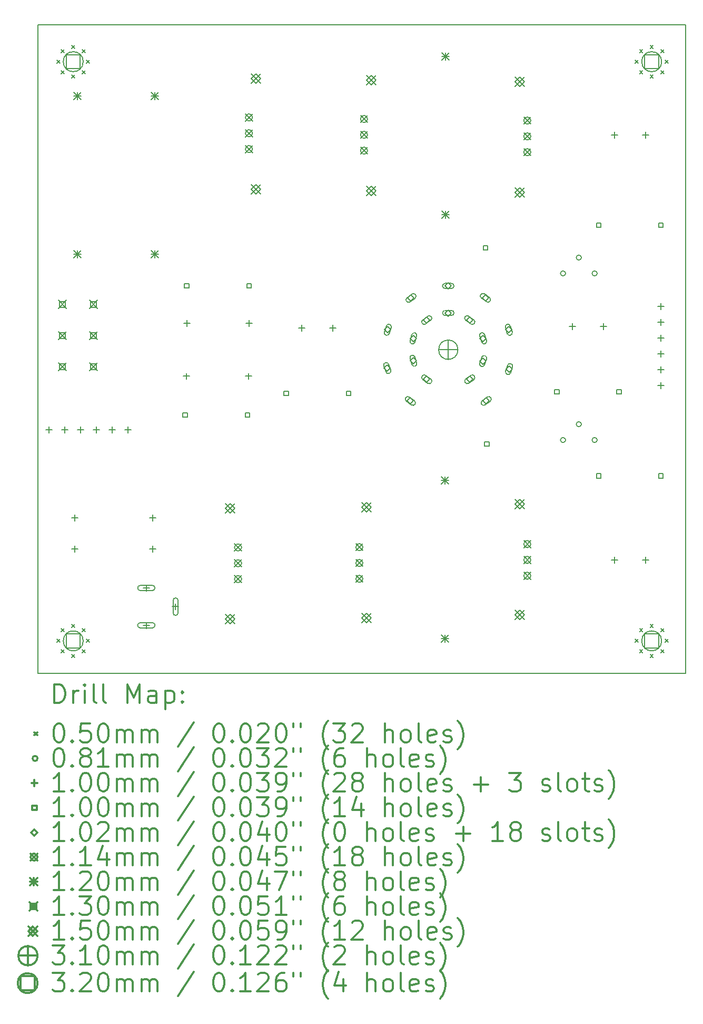
<source format=gbr>
%FSLAX45Y45*%
G04 Gerber Fmt 4.5, Leading zero omitted, Abs format (unit mm)*
G04 Created by KiCad (PCBNEW 4.0.6) date 09/01/17 14:50:52*
%MOMM*%
%LPD*%
G01*
G04 APERTURE LIST*
%ADD10C,0.127000*%
%ADD11C,0.150000*%
%ADD12C,0.200000*%
%ADD13C,0.300000*%
G04 APERTURE END LIST*
D10*
D11*
X15748000Y-3810000D02*
X5334000Y-3810000D01*
X15748000Y-14224000D02*
X15748000Y-3810000D01*
X5334000Y-14224000D02*
X15748000Y-14224000D01*
X5334000Y-3810000D02*
X5334000Y-14224000D01*
D12*
X5635000Y-4375000D02*
X5685000Y-4425000D01*
X5685000Y-4375000D02*
X5635000Y-4425000D01*
X5635000Y-13675000D02*
X5685000Y-13725000D01*
X5685000Y-13675000D02*
X5635000Y-13725000D01*
X5705294Y-4205294D02*
X5755294Y-4255294D01*
X5755294Y-4205294D02*
X5705294Y-4255294D01*
X5705294Y-4544706D02*
X5755294Y-4594706D01*
X5755294Y-4544706D02*
X5705294Y-4594706D01*
X5705294Y-13505294D02*
X5755294Y-13555294D01*
X5755294Y-13505294D02*
X5705294Y-13555294D01*
X5705294Y-13844706D02*
X5755294Y-13894706D01*
X5755294Y-13844706D02*
X5705294Y-13894706D01*
X5875000Y-4135000D02*
X5925000Y-4185000D01*
X5925000Y-4135000D02*
X5875000Y-4185000D01*
X5875000Y-4615000D02*
X5925000Y-4665000D01*
X5925000Y-4615000D02*
X5875000Y-4665000D01*
X5875000Y-13435000D02*
X5925000Y-13485000D01*
X5925000Y-13435000D02*
X5875000Y-13485000D01*
X5875000Y-13915000D02*
X5925000Y-13965000D01*
X5925000Y-13915000D02*
X5875000Y-13965000D01*
X6044706Y-4205294D02*
X6094706Y-4255294D01*
X6094706Y-4205294D02*
X6044706Y-4255294D01*
X6044706Y-4544706D02*
X6094706Y-4594706D01*
X6094706Y-4544706D02*
X6044706Y-4594706D01*
X6044706Y-13505294D02*
X6094706Y-13555294D01*
X6094706Y-13505294D02*
X6044706Y-13555294D01*
X6044706Y-13844706D02*
X6094706Y-13894706D01*
X6094706Y-13844706D02*
X6044706Y-13894706D01*
X6115000Y-4375000D02*
X6165000Y-4425000D01*
X6165000Y-4375000D02*
X6115000Y-4425000D01*
X6115000Y-13675000D02*
X6165000Y-13725000D01*
X6165000Y-13675000D02*
X6115000Y-13725000D01*
X14935000Y-4375000D02*
X14985000Y-4425000D01*
X14985000Y-4375000D02*
X14935000Y-4425000D01*
X14935000Y-13675000D02*
X14985000Y-13725000D01*
X14985000Y-13675000D02*
X14935000Y-13725000D01*
X15005294Y-4205294D02*
X15055294Y-4255294D01*
X15055294Y-4205294D02*
X15005294Y-4255294D01*
X15005294Y-4544706D02*
X15055294Y-4594706D01*
X15055294Y-4544706D02*
X15005294Y-4594706D01*
X15005294Y-13505294D02*
X15055294Y-13555294D01*
X15055294Y-13505294D02*
X15005294Y-13555294D01*
X15005294Y-13844706D02*
X15055294Y-13894706D01*
X15055294Y-13844706D02*
X15005294Y-13894706D01*
X15175000Y-4135000D02*
X15225000Y-4185000D01*
X15225000Y-4135000D02*
X15175000Y-4185000D01*
X15175000Y-4615000D02*
X15225000Y-4665000D01*
X15225000Y-4615000D02*
X15175000Y-4665000D01*
X15175000Y-13435000D02*
X15225000Y-13485000D01*
X15225000Y-13435000D02*
X15175000Y-13485000D01*
X15175000Y-13915000D02*
X15225000Y-13965000D01*
X15225000Y-13915000D02*
X15175000Y-13965000D01*
X15344706Y-4205294D02*
X15394706Y-4255294D01*
X15394706Y-4205294D02*
X15344706Y-4255294D01*
X15344706Y-4544706D02*
X15394706Y-4594706D01*
X15394706Y-4544706D02*
X15344706Y-4594706D01*
X15344706Y-13505294D02*
X15394706Y-13555294D01*
X15394706Y-13505294D02*
X15344706Y-13555294D01*
X15344706Y-13844706D02*
X15394706Y-13894706D01*
X15394706Y-13844706D02*
X15344706Y-13894706D01*
X15415000Y-4375000D02*
X15465000Y-4425000D01*
X15465000Y-4375000D02*
X15415000Y-4425000D01*
X15415000Y-13675000D02*
X15465000Y-13725000D01*
X15465000Y-13675000D02*
X15415000Y-13725000D01*
X13815640Y-7800000D02*
G75*
G03X13815640Y-7800000I-40640J0D01*
G01*
X13815640Y-10475000D02*
G75*
G03X13815640Y-10475000I-40640J0D01*
G01*
X14069640Y-7546000D02*
G75*
G03X14069640Y-7546000I-40640J0D01*
G01*
X14069640Y-10221000D02*
G75*
G03X14069640Y-10221000I-40640J0D01*
G01*
X14323640Y-7800000D02*
G75*
G03X14323640Y-7800000I-40640J0D01*
G01*
X14323640Y-10475000D02*
G75*
G03X14323640Y-10475000I-40640J0D01*
G01*
X5511800Y-10262400D02*
X5511800Y-10362400D01*
X5461800Y-10312400D02*
X5561800Y-10312400D01*
X5765800Y-10262400D02*
X5765800Y-10362400D01*
X5715800Y-10312400D02*
X5815800Y-10312400D01*
X5925000Y-11675000D02*
X5925000Y-11775000D01*
X5875000Y-11725000D02*
X5975000Y-11725000D01*
X5925000Y-12175000D02*
X5925000Y-12275000D01*
X5875000Y-12225000D02*
X5975000Y-12225000D01*
X6019800Y-10262400D02*
X6019800Y-10362400D01*
X5969800Y-10312400D02*
X6069800Y-10312400D01*
X6273800Y-10262400D02*
X6273800Y-10362400D01*
X6223800Y-10312400D02*
X6323800Y-10312400D01*
X6527800Y-10262400D02*
X6527800Y-10362400D01*
X6477800Y-10312400D02*
X6577800Y-10312400D01*
X6781800Y-10262400D02*
X6781800Y-10362400D01*
X6731800Y-10312400D02*
X6831800Y-10312400D01*
X7075000Y-12800000D02*
X7075000Y-12900000D01*
X7025000Y-12850000D02*
X7125000Y-12850000D01*
X6975000Y-12890000D02*
X7175000Y-12890000D01*
X6975000Y-12810000D02*
X7175000Y-12810000D01*
X7175000Y-12890000D02*
G75*
G03X7175000Y-12810000I0J40000D01*
G01*
X6975000Y-12810000D02*
G75*
G03X6975000Y-12890000I0J-40000D01*
G01*
X7075000Y-13400000D02*
X7075000Y-13500000D01*
X7025000Y-13450000D02*
X7125000Y-13450000D01*
X6975000Y-13490000D02*
X7175000Y-13490000D01*
X6975000Y-13410000D02*
X7175000Y-13410000D01*
X7175000Y-13490000D02*
G75*
G03X7175000Y-13410000I0J40000D01*
G01*
X6975000Y-13410000D02*
G75*
G03X6975000Y-13490000I0J-40000D01*
G01*
X7175000Y-11675000D02*
X7175000Y-11775000D01*
X7125000Y-11725000D02*
X7225000Y-11725000D01*
X7175000Y-12175000D02*
X7175000Y-12275000D01*
X7125000Y-12225000D02*
X7225000Y-12225000D01*
X7545000Y-13100000D02*
X7545000Y-13200000D01*
X7495000Y-13150000D02*
X7595000Y-13150000D01*
X7585000Y-13250000D02*
X7585000Y-13050000D01*
X7505000Y-13250000D02*
X7505000Y-13050000D01*
X7585000Y-13050000D02*
G75*
G03X7505000Y-13050000I-40000J0D01*
G01*
X7505000Y-13250000D02*
G75*
G03X7585000Y-13250000I40000J0D01*
G01*
X7720000Y-9400000D02*
X7720000Y-9500000D01*
X7670000Y-9450000D02*
X7770000Y-9450000D01*
X7725000Y-8550000D02*
X7725000Y-8650000D01*
X7675000Y-8600000D02*
X7775000Y-8600000D01*
X8720000Y-9400000D02*
X8720000Y-9500000D01*
X8670000Y-9450000D02*
X8770000Y-9450000D01*
X8725000Y-8550000D02*
X8725000Y-8650000D01*
X8675000Y-8600000D02*
X8775000Y-8600000D01*
X9575000Y-8625000D02*
X9575000Y-8725000D01*
X9525000Y-8675000D02*
X9625000Y-8675000D01*
X10075000Y-8625000D02*
X10075000Y-8725000D01*
X10025000Y-8675000D02*
X10125000Y-8675000D01*
X13925000Y-8600000D02*
X13925000Y-8700000D01*
X13875000Y-8650000D02*
X13975000Y-8650000D01*
X14425000Y-8600000D02*
X14425000Y-8700000D01*
X14375000Y-8650000D02*
X14475000Y-8650000D01*
X14600000Y-5525000D02*
X14600000Y-5625000D01*
X14550000Y-5575000D02*
X14650000Y-5575000D01*
X14600000Y-12350000D02*
X14600000Y-12450000D01*
X14550000Y-12400000D02*
X14650000Y-12400000D01*
X15100000Y-5525000D02*
X15100000Y-5625000D01*
X15050000Y-5575000D02*
X15150000Y-5575000D01*
X15100000Y-12350000D02*
X15100000Y-12450000D01*
X15050000Y-12400000D02*
X15150000Y-12400000D01*
X15350000Y-8280000D02*
X15350000Y-8380000D01*
X15300000Y-8330000D02*
X15400000Y-8330000D01*
X15350000Y-8534000D02*
X15350000Y-8634000D01*
X15300000Y-8584000D02*
X15400000Y-8584000D01*
X15350000Y-8788000D02*
X15350000Y-8888000D01*
X15300000Y-8838000D02*
X15400000Y-8838000D01*
X15350000Y-9042000D02*
X15350000Y-9142000D01*
X15300000Y-9092000D02*
X15400000Y-9092000D01*
X15350000Y-9296000D02*
X15350000Y-9396000D01*
X15300000Y-9346000D02*
X15400000Y-9346000D01*
X15350000Y-9550000D02*
X15350000Y-9650000D01*
X15300000Y-9600000D02*
X15400000Y-9600000D01*
X7735256Y-10110383D02*
X7735256Y-10039618D01*
X7664491Y-10039618D01*
X7664491Y-10110383D01*
X7735256Y-10110383D01*
X7760256Y-8035382D02*
X7760256Y-7964617D01*
X7689491Y-7964617D01*
X7689491Y-8035382D01*
X7760256Y-8035382D01*
X8735509Y-10110383D02*
X8735509Y-10039618D01*
X8664744Y-10039618D01*
X8664744Y-10110383D01*
X8735509Y-10110383D01*
X8760509Y-8035382D02*
X8760509Y-7964617D01*
X8689744Y-7964617D01*
X8689744Y-8035382D01*
X8760509Y-8035382D01*
X9360257Y-9760383D02*
X9360257Y-9689618D01*
X9289492Y-9689618D01*
X9289492Y-9760383D01*
X9360257Y-9760383D01*
X10360509Y-9760383D02*
X10360509Y-9689618D01*
X10289744Y-9689618D01*
X10289744Y-9760383D01*
X10360509Y-9760383D01*
X12565382Y-7425382D02*
X12565382Y-7354617D01*
X12494617Y-7354617D01*
X12494617Y-7425382D01*
X12565382Y-7425382D01*
X12585382Y-10575383D02*
X12585382Y-10504618D01*
X12514617Y-10504618D01*
X12514617Y-10575383D01*
X12585382Y-10575383D01*
X13710256Y-9735383D02*
X13710256Y-9664618D01*
X13639491Y-9664618D01*
X13639491Y-9735383D01*
X13710256Y-9735383D01*
X14385256Y-7060382D02*
X14385256Y-6989617D01*
X14314491Y-6989617D01*
X14314491Y-7060382D01*
X14385256Y-7060382D01*
X14385256Y-11085383D02*
X14385256Y-11014618D01*
X14314491Y-11014618D01*
X14314491Y-11085383D01*
X14385256Y-11085383D01*
X14710508Y-9735383D02*
X14710508Y-9664618D01*
X14639743Y-9664618D01*
X14639743Y-9735383D01*
X14710508Y-9735383D01*
X15385508Y-7060382D02*
X15385508Y-6989617D01*
X15314743Y-6989617D01*
X15314743Y-7060382D01*
X15385508Y-7060382D01*
X15385508Y-11085383D02*
X15385508Y-11014618D01*
X15314743Y-11014618D01*
X15314743Y-11085383D01*
X15385508Y-11085383D01*
X10949120Y-9370660D02*
X11000120Y-9319660D01*
X10949120Y-9268660D01*
X10898120Y-9319660D01*
X10949120Y-9370660D01*
X10894521Y-9284301D02*
X10925732Y-9380358D01*
X10972508Y-9258962D02*
X11003719Y-9355019D01*
X10925732Y-9380358D02*
G75*
G03X11003719Y-9355019I38993J12670D01*
G01*
X10972508Y-9258962D02*
G75*
G03X10894521Y-9284301I-38993J-12670D01*
G01*
X10956740Y-8755980D02*
X11007740Y-8704980D01*
X10956740Y-8653980D01*
X10905740Y-8704980D01*
X10956740Y-8755980D01*
X10933352Y-8644282D02*
X10902141Y-8740339D01*
X11011339Y-8669621D02*
X10980128Y-8765678D01*
X10902141Y-8740339D02*
G75*
G03X10980128Y-8765678I38993J-12670D01*
G01*
X11011339Y-8669621D02*
G75*
G03X10933352Y-8644282I-38993J12670D01*
G01*
X11319960Y-9898980D02*
X11370960Y-9847980D01*
X11319960Y-9796980D01*
X11268960Y-9847980D01*
X11319960Y-9898980D01*
X11255005Y-9851467D02*
X11336716Y-9910833D01*
X11303204Y-9785127D02*
X11384915Y-9844494D01*
X11336716Y-9910833D02*
G75*
G03X11384915Y-9844494I24099J33170D01*
G01*
X11303204Y-9785127D02*
G75*
G03X11255005Y-9851467I-24099J-33170D01*
G01*
X11330120Y-8245440D02*
X11381120Y-8194440D01*
X11330120Y-8143440D01*
X11279120Y-8194440D01*
X11330120Y-8245440D01*
X11346876Y-8131587D02*
X11265165Y-8190953D01*
X11395075Y-8197926D02*
X11313364Y-8257293D01*
X11265165Y-8190953D02*
G75*
G03X11313364Y-8257293I24099J-33170D01*
G01*
X11395075Y-8197926D02*
G75*
G03X11346876Y-8131587I-24099J33170D01*
G01*
X11369000Y-8893000D02*
X11420000Y-8842000D01*
X11369000Y-8791000D01*
X11318000Y-8842000D01*
X11369000Y-8893000D01*
X11345612Y-8781302D02*
X11314401Y-8877359D01*
X11423599Y-8806641D02*
X11392388Y-8902698D01*
X11314401Y-8877359D02*
G75*
G03X11392388Y-8902698I38993J-12670D01*
G01*
X11423599Y-8806641D02*
G75*
G03X11345612Y-8781302I-38993J12670D01*
G01*
X11369000Y-9254000D02*
X11420000Y-9203000D01*
X11369000Y-9152000D01*
X11318000Y-9203000D01*
X11369000Y-9254000D01*
X11314401Y-9167641D02*
X11345612Y-9263698D01*
X11392388Y-9142302D02*
X11423599Y-9238359D01*
X11345612Y-9263698D02*
G75*
G03X11423599Y-9238359I38993J12670D01*
G01*
X11392388Y-9142302D02*
G75*
G03X11314401Y-9167641I-38993J-12670D01*
G01*
X11584000Y-8600000D02*
X11635000Y-8549000D01*
X11584000Y-8498000D01*
X11533000Y-8549000D01*
X11584000Y-8600000D01*
X11600756Y-8486147D02*
X11519045Y-8545514D01*
X11648955Y-8552487D02*
X11567244Y-8611853D01*
X11519045Y-8545514D02*
G75*
G03X11567244Y-8611853I24099J-33170D01*
G01*
X11648955Y-8552487D02*
G75*
G03X11600756Y-8486147I-24099J33170D01*
G01*
X11584000Y-9551000D02*
X11635000Y-9500000D01*
X11584000Y-9449000D01*
X11533000Y-9500000D01*
X11584000Y-9551000D01*
X11519045Y-9503487D02*
X11600756Y-9562853D01*
X11567244Y-9437147D02*
X11648955Y-9496514D01*
X11600756Y-9562853D02*
G75*
G03X11648955Y-9496514I24099J33170D01*
G01*
X11567244Y-9437147D02*
G75*
G03X11519045Y-9503487I-24099J-33170D01*
G01*
X11929560Y-8052400D02*
X11980560Y-8001400D01*
X11929560Y-7950400D01*
X11878560Y-8001400D01*
X11929560Y-8052400D01*
X11879060Y-8042400D02*
X11980060Y-8042400D01*
X11879060Y-7960400D02*
X11980060Y-7960400D01*
X11980060Y-8042400D02*
G75*
G03X11980060Y-7960400I0J41000D01*
G01*
X11879060Y-7960400D02*
G75*
G03X11879060Y-8042400I0J-41000D01*
G01*
X11930000Y-8486000D02*
X11981000Y-8435000D01*
X11930000Y-8384000D01*
X11879000Y-8435000D01*
X11930000Y-8486000D01*
X11879500Y-8476000D02*
X11980500Y-8476000D01*
X11879500Y-8394000D02*
X11980500Y-8394000D01*
X11980500Y-8476000D02*
G75*
G03X11980500Y-8394000I0J41000D01*
G01*
X11879500Y-8394000D02*
G75*
G03X11879500Y-8476000I0J-41000D01*
G01*
X12275000Y-8600000D02*
X12326000Y-8549000D01*
X12275000Y-8498000D01*
X12224000Y-8549000D01*
X12275000Y-8600000D01*
X12210045Y-8552487D02*
X12291756Y-8611853D01*
X12258244Y-8486147D02*
X12339955Y-8545514D01*
X12291756Y-8611853D02*
G75*
G03X12339955Y-8545514I24099J33170D01*
G01*
X12258244Y-8486147D02*
G75*
G03X12210045Y-8552487I-24099J-33170D01*
G01*
X12275000Y-9551000D02*
X12326000Y-9500000D01*
X12275000Y-9449000D01*
X12224000Y-9500000D01*
X12275000Y-9551000D01*
X12291756Y-9437147D02*
X12210045Y-9496514D01*
X12339955Y-9503487D02*
X12258244Y-9562853D01*
X12210045Y-9496514D02*
G75*
G03X12258244Y-9562853I24099J-33170D01*
G01*
X12339955Y-9503487D02*
G75*
G03X12291756Y-9437147I-24099J33170D01*
G01*
X12490000Y-8893000D02*
X12541000Y-8842000D01*
X12490000Y-8791000D01*
X12439000Y-8842000D01*
X12490000Y-8893000D01*
X12435401Y-8806641D02*
X12466612Y-8902698D01*
X12513388Y-8781302D02*
X12544599Y-8877359D01*
X12466612Y-8902698D02*
G75*
G03X12544599Y-8877359I38993J12670D01*
G01*
X12513388Y-8781302D02*
G75*
G03X12435401Y-8806641I-38993J-12670D01*
G01*
X12490000Y-9258000D02*
X12541000Y-9207000D01*
X12490000Y-9156000D01*
X12439000Y-9207000D01*
X12490000Y-9258000D01*
X12466612Y-9146302D02*
X12435401Y-9242359D01*
X12544599Y-9171641D02*
X12513388Y-9267698D01*
X12435401Y-9242359D02*
G75*
G03X12513388Y-9267698I38993J-12670D01*
G01*
X12544599Y-9171641D02*
G75*
G03X12466612Y-9146302I-38993J12670D01*
G01*
X12526460Y-8242900D02*
X12577460Y-8191900D01*
X12526460Y-8140900D01*
X12475460Y-8191900D01*
X12526460Y-8242900D01*
X12461505Y-8195386D02*
X12543216Y-8254753D01*
X12509704Y-8129047D02*
X12591415Y-8188413D01*
X12543216Y-8254753D02*
G75*
G03X12591415Y-8188413I24099J33170D01*
G01*
X12509704Y-8129047D02*
G75*
G03X12461505Y-8195386I-24099J-33170D01*
G01*
X12539160Y-9898980D02*
X12590160Y-9847980D01*
X12539160Y-9796980D01*
X12488160Y-9847980D01*
X12539160Y-9898980D01*
X12555916Y-9785127D02*
X12474205Y-9844494D01*
X12604115Y-9851467D02*
X12522404Y-9910833D01*
X12474205Y-9844494D02*
G75*
G03X12522404Y-9910833I24099J-33170D01*
G01*
X12604115Y-9851467D02*
G75*
G03X12555916Y-9785127I-24099J33170D01*
G01*
X12902380Y-8755980D02*
X12953380Y-8704980D01*
X12902380Y-8653980D01*
X12851380Y-8704980D01*
X12902380Y-8755980D01*
X12847781Y-8669621D02*
X12878992Y-8765678D01*
X12925768Y-8644282D02*
X12956979Y-8740339D01*
X12878992Y-8765678D02*
G75*
G03X12956979Y-8740339I38993J12670D01*
G01*
X12925768Y-8644282D02*
G75*
G03X12847781Y-8669621I-38993J-12670D01*
G01*
X12907460Y-9385900D02*
X12958460Y-9334900D01*
X12907460Y-9283900D01*
X12856460Y-9334900D01*
X12907460Y-9385900D01*
X12884072Y-9274202D02*
X12852861Y-9370259D01*
X12962059Y-9299541D02*
X12930848Y-9395598D01*
X12852861Y-9370259D02*
G75*
G03X12930848Y-9395598I38993J-12670D01*
G01*
X12962059Y-9299541D02*
G75*
G03X12884072Y-9274202I-38993J12670D01*
G01*
X8492850Y-12142850D02*
X8607150Y-12257150D01*
X8607150Y-12142850D02*
X8492850Y-12257150D01*
X8607150Y-12200000D02*
G75*
G03X8607150Y-12200000I-57150J0D01*
G01*
X8492850Y-12396850D02*
X8607150Y-12511150D01*
X8607150Y-12396850D02*
X8492850Y-12511150D01*
X8607150Y-12454000D02*
G75*
G03X8607150Y-12454000I-57150J0D01*
G01*
X8492850Y-12650850D02*
X8607150Y-12765150D01*
X8607150Y-12650850D02*
X8492850Y-12765150D01*
X8607150Y-12708000D02*
G75*
G03X8607150Y-12708000I-57150J0D01*
G01*
X8667850Y-5238850D02*
X8782150Y-5353150D01*
X8782150Y-5238850D02*
X8667850Y-5353150D01*
X8782150Y-5296000D02*
G75*
G03X8782150Y-5296000I-57150J0D01*
G01*
X8667850Y-5492850D02*
X8782150Y-5607150D01*
X8782150Y-5492850D02*
X8667850Y-5607150D01*
X8782150Y-5550000D02*
G75*
G03X8782150Y-5550000I-57150J0D01*
G01*
X8667850Y-5746850D02*
X8782150Y-5861150D01*
X8782150Y-5746850D02*
X8667850Y-5861150D01*
X8782150Y-5804000D02*
G75*
G03X8782150Y-5804000I-57150J0D01*
G01*
X10442850Y-12138850D02*
X10557150Y-12253150D01*
X10557150Y-12138850D02*
X10442850Y-12253150D01*
X10557150Y-12196000D02*
G75*
G03X10557150Y-12196000I-57150J0D01*
G01*
X10442850Y-12392850D02*
X10557150Y-12507150D01*
X10557150Y-12392850D02*
X10442850Y-12507150D01*
X10557150Y-12450000D02*
G75*
G03X10557150Y-12450000I-57150J0D01*
G01*
X10442850Y-12646850D02*
X10557150Y-12761150D01*
X10557150Y-12646850D02*
X10442850Y-12761150D01*
X10557150Y-12704000D02*
G75*
G03X10557150Y-12704000I-57150J0D01*
G01*
X10517850Y-5263850D02*
X10632150Y-5378150D01*
X10632150Y-5263850D02*
X10517850Y-5378150D01*
X10632150Y-5321000D02*
G75*
G03X10632150Y-5321000I-57150J0D01*
G01*
X10517850Y-5517850D02*
X10632150Y-5632150D01*
X10632150Y-5517850D02*
X10517850Y-5632150D01*
X10632150Y-5575000D02*
G75*
G03X10632150Y-5575000I-57150J0D01*
G01*
X10517850Y-5771850D02*
X10632150Y-5886150D01*
X10632150Y-5771850D02*
X10517850Y-5886150D01*
X10632150Y-5829000D02*
G75*
G03X10632150Y-5829000I-57150J0D01*
G01*
X13142850Y-5288850D02*
X13257150Y-5403150D01*
X13257150Y-5288850D02*
X13142850Y-5403150D01*
X13257150Y-5346000D02*
G75*
G03X13257150Y-5346000I-57150J0D01*
G01*
X13142850Y-5542850D02*
X13257150Y-5657150D01*
X13257150Y-5542850D02*
X13142850Y-5657150D01*
X13257150Y-5600000D02*
G75*
G03X13257150Y-5600000I-57150J0D01*
G01*
X13142850Y-5796850D02*
X13257150Y-5911150D01*
X13257150Y-5796850D02*
X13142850Y-5911150D01*
X13257150Y-5854000D02*
G75*
G03X13257150Y-5854000I-57150J0D01*
G01*
X13142850Y-12088850D02*
X13257150Y-12203150D01*
X13257150Y-12088850D02*
X13142850Y-12203150D01*
X13257150Y-12146000D02*
G75*
G03X13257150Y-12146000I-57150J0D01*
G01*
X13142850Y-12342850D02*
X13257150Y-12457150D01*
X13257150Y-12342850D02*
X13142850Y-12457150D01*
X13257150Y-12400000D02*
G75*
G03X13257150Y-12400000I-57150J0D01*
G01*
X13142850Y-12596850D02*
X13257150Y-12711150D01*
X13257150Y-12596850D02*
X13142850Y-12711150D01*
X13257150Y-12654000D02*
G75*
G03X13257150Y-12654000I-57150J0D01*
G01*
X5909000Y-4893000D02*
X6029000Y-5013000D01*
X6029000Y-4893000D02*
X5909000Y-5013000D01*
X5969000Y-4893000D02*
X5969000Y-5013000D01*
X5909000Y-4953000D02*
X6029000Y-4953000D01*
X5909000Y-7433000D02*
X6029000Y-7553000D01*
X6029000Y-7433000D02*
X5909000Y-7553000D01*
X5969000Y-7433000D02*
X5969000Y-7553000D01*
X5909000Y-7493000D02*
X6029000Y-7493000D01*
X7153600Y-4893000D02*
X7273600Y-5013000D01*
X7273600Y-4893000D02*
X7153600Y-5013000D01*
X7213600Y-4893000D02*
X7213600Y-5013000D01*
X7153600Y-4953000D02*
X7273600Y-4953000D01*
X7153600Y-7433000D02*
X7273600Y-7553000D01*
X7273600Y-7433000D02*
X7153600Y-7553000D01*
X7213600Y-7433000D02*
X7213600Y-7553000D01*
X7153600Y-7493000D02*
X7273600Y-7493000D01*
X11815000Y-11065000D02*
X11935000Y-11185000D01*
X11935000Y-11065000D02*
X11815000Y-11185000D01*
X11875000Y-11065000D02*
X11875000Y-11185000D01*
X11815000Y-11125000D02*
X11935000Y-11125000D01*
X11815000Y-13605000D02*
X11935000Y-13725000D01*
X11935000Y-13605000D02*
X11815000Y-13725000D01*
X11875000Y-13605000D02*
X11875000Y-13725000D01*
X11815000Y-13665000D02*
X11935000Y-13665000D01*
X11827200Y-4258000D02*
X11947200Y-4378000D01*
X11947200Y-4258000D02*
X11827200Y-4378000D01*
X11887200Y-4258000D02*
X11887200Y-4378000D01*
X11827200Y-4318000D02*
X11947200Y-4318000D01*
X11827200Y-6798000D02*
X11947200Y-6918000D01*
X11947200Y-6798000D02*
X11827200Y-6918000D01*
X11887200Y-6798000D02*
X11887200Y-6918000D01*
X11827200Y-6858000D02*
X11947200Y-6858000D01*
X5658000Y-8231400D02*
X5788000Y-8361400D01*
X5788000Y-8231400D02*
X5658000Y-8361400D01*
X5768962Y-8342362D02*
X5768962Y-8250438D01*
X5677038Y-8250438D01*
X5677038Y-8342362D01*
X5768962Y-8342362D01*
X5658000Y-8731400D02*
X5788000Y-8861400D01*
X5788000Y-8731400D02*
X5658000Y-8861400D01*
X5768962Y-8842362D02*
X5768962Y-8750438D01*
X5677038Y-8750438D01*
X5677038Y-8842362D01*
X5768962Y-8842362D01*
X5658000Y-9231400D02*
X5788000Y-9361400D01*
X5788000Y-9231400D02*
X5658000Y-9361400D01*
X5768962Y-9342362D02*
X5768962Y-9250438D01*
X5677038Y-9250438D01*
X5677038Y-9342362D01*
X5768962Y-9342362D01*
X6158000Y-8231400D02*
X6288000Y-8361400D01*
X6288000Y-8231400D02*
X6158000Y-8361400D01*
X6268962Y-8342362D02*
X6268962Y-8250438D01*
X6177038Y-8250438D01*
X6177038Y-8342362D01*
X6268962Y-8342362D01*
X6158000Y-8731400D02*
X6288000Y-8861400D01*
X6288000Y-8731400D02*
X6158000Y-8861400D01*
X6268962Y-8842362D02*
X6268962Y-8750438D01*
X6177038Y-8750438D01*
X6177038Y-8842362D01*
X6268962Y-8842362D01*
X6158000Y-9231400D02*
X6288000Y-9361400D01*
X6288000Y-9231400D02*
X6158000Y-9361400D01*
X6268962Y-9342362D02*
X6268962Y-9250438D01*
X6177038Y-9250438D01*
X6177038Y-9342362D01*
X6268962Y-9342362D01*
X8350000Y-11495000D02*
X8500000Y-11645000D01*
X8500000Y-11495000D02*
X8350000Y-11645000D01*
X8425000Y-11645000D02*
X8500000Y-11570000D01*
X8425000Y-11495000D01*
X8350000Y-11570000D01*
X8425000Y-11645000D01*
X8350000Y-13275000D02*
X8500000Y-13425000D01*
X8500000Y-13275000D02*
X8350000Y-13425000D01*
X8425000Y-13425000D02*
X8500000Y-13350000D01*
X8425000Y-13275000D01*
X8350000Y-13350000D01*
X8425000Y-13425000D01*
X8764200Y-4596600D02*
X8914200Y-4746600D01*
X8914200Y-4596600D02*
X8764200Y-4746600D01*
X8839200Y-4746600D02*
X8914200Y-4671600D01*
X8839200Y-4596600D01*
X8764200Y-4671600D01*
X8839200Y-4746600D01*
X8764200Y-6376600D02*
X8914200Y-6526600D01*
X8914200Y-6376600D02*
X8764200Y-6526600D01*
X8839200Y-6526600D02*
X8914200Y-6451600D01*
X8839200Y-6376600D01*
X8764200Y-6451600D01*
X8839200Y-6526600D01*
X10542200Y-11480000D02*
X10692200Y-11630000D01*
X10692200Y-11480000D02*
X10542200Y-11630000D01*
X10617200Y-11630000D02*
X10692200Y-11555000D01*
X10617200Y-11480000D01*
X10542200Y-11555000D01*
X10617200Y-11630000D01*
X10542200Y-13260000D02*
X10692200Y-13410000D01*
X10692200Y-13260000D02*
X10542200Y-13410000D01*
X10617200Y-13410000D02*
X10692200Y-13335000D01*
X10617200Y-13260000D01*
X10542200Y-13335000D01*
X10617200Y-13410000D01*
X10618400Y-4622000D02*
X10768400Y-4772000D01*
X10768400Y-4622000D02*
X10618400Y-4772000D01*
X10693400Y-4772000D02*
X10768400Y-4697000D01*
X10693400Y-4622000D01*
X10618400Y-4697000D01*
X10693400Y-4772000D01*
X10618400Y-6402000D02*
X10768400Y-6552000D01*
X10768400Y-6402000D02*
X10618400Y-6552000D01*
X10693400Y-6552000D02*
X10768400Y-6477000D01*
X10693400Y-6402000D01*
X10618400Y-6477000D01*
X10693400Y-6552000D01*
X13006000Y-4647400D02*
X13156000Y-4797400D01*
X13156000Y-4647400D02*
X13006000Y-4797400D01*
X13081000Y-4797400D02*
X13156000Y-4722400D01*
X13081000Y-4647400D01*
X13006000Y-4722400D01*
X13081000Y-4797400D01*
X13006000Y-6427400D02*
X13156000Y-6577400D01*
X13156000Y-6427400D02*
X13006000Y-6577400D01*
X13081000Y-6577400D02*
X13156000Y-6502400D01*
X13081000Y-6427400D01*
X13006000Y-6502400D01*
X13081000Y-6577400D01*
X13006000Y-11429200D02*
X13156000Y-11579200D01*
X13156000Y-11429200D02*
X13006000Y-11579200D01*
X13081000Y-11579200D02*
X13156000Y-11504200D01*
X13081000Y-11429200D01*
X13006000Y-11504200D01*
X13081000Y-11579200D01*
X13006000Y-13209200D02*
X13156000Y-13359200D01*
X13156000Y-13209200D02*
X13006000Y-13359200D01*
X13081000Y-13359200D02*
X13156000Y-13284200D01*
X13081000Y-13209200D01*
X13006000Y-13284200D01*
X13081000Y-13359200D01*
X11930000Y-8870000D02*
X11930000Y-9180000D01*
X11775000Y-9025000D02*
X12085000Y-9025000D01*
X12085000Y-9025000D02*
G75*
G03X12085000Y-9025000I-155000J0D01*
G01*
X11930000Y-8870000D02*
X11930000Y-9180000D01*
X11775000Y-9025000D02*
X12085000Y-9025000D01*
X12085000Y-9025000D02*
G75*
G03X12085000Y-9025000I-155000J0D01*
G01*
X6013138Y-4513138D02*
X6013138Y-4286862D01*
X5786862Y-4286862D01*
X5786862Y-4513138D01*
X6013138Y-4513138D01*
X6060000Y-4400000D02*
G75*
G03X6060000Y-4400000I-160000J0D01*
G01*
X6013138Y-13813138D02*
X6013138Y-13586862D01*
X5786862Y-13586862D01*
X5786862Y-13813138D01*
X6013138Y-13813138D01*
X6060000Y-13700000D02*
G75*
G03X6060000Y-13700000I-160000J0D01*
G01*
X15313138Y-4513138D02*
X15313138Y-4286862D01*
X15086862Y-4286862D01*
X15086862Y-4513138D01*
X15313138Y-4513138D01*
X15360000Y-4400000D02*
G75*
G03X15360000Y-4400000I-160000J0D01*
G01*
X15313138Y-13813138D02*
X15313138Y-13586862D01*
X15086862Y-13586862D01*
X15086862Y-13813138D01*
X15313138Y-13813138D01*
X15360000Y-13700000D02*
G75*
G03X15360000Y-13700000I-160000J0D01*
G01*
D13*
X5597928Y-14697214D02*
X5597928Y-14397214D01*
X5669357Y-14397214D01*
X5712214Y-14411500D01*
X5740786Y-14440071D01*
X5755071Y-14468643D01*
X5769357Y-14525786D01*
X5769357Y-14568643D01*
X5755071Y-14625786D01*
X5740786Y-14654357D01*
X5712214Y-14682929D01*
X5669357Y-14697214D01*
X5597928Y-14697214D01*
X5897928Y-14697214D02*
X5897928Y-14497214D01*
X5897928Y-14554357D02*
X5912214Y-14525786D01*
X5926500Y-14511500D01*
X5955071Y-14497214D01*
X5983643Y-14497214D01*
X6083643Y-14697214D02*
X6083643Y-14497214D01*
X6083643Y-14397214D02*
X6069357Y-14411500D01*
X6083643Y-14425786D01*
X6097928Y-14411500D01*
X6083643Y-14397214D01*
X6083643Y-14425786D01*
X6269357Y-14697214D02*
X6240786Y-14682929D01*
X6226500Y-14654357D01*
X6226500Y-14397214D01*
X6426500Y-14697214D02*
X6397928Y-14682929D01*
X6383643Y-14654357D01*
X6383643Y-14397214D01*
X6769357Y-14697214D02*
X6769357Y-14397214D01*
X6869357Y-14611500D01*
X6969357Y-14397214D01*
X6969357Y-14697214D01*
X7240786Y-14697214D02*
X7240786Y-14540071D01*
X7226500Y-14511500D01*
X7197928Y-14497214D01*
X7140786Y-14497214D01*
X7112214Y-14511500D01*
X7240786Y-14682929D02*
X7212214Y-14697214D01*
X7140786Y-14697214D01*
X7112214Y-14682929D01*
X7097928Y-14654357D01*
X7097928Y-14625786D01*
X7112214Y-14597214D01*
X7140786Y-14582929D01*
X7212214Y-14582929D01*
X7240786Y-14568643D01*
X7383643Y-14497214D02*
X7383643Y-14797214D01*
X7383643Y-14511500D02*
X7412214Y-14497214D01*
X7469357Y-14497214D01*
X7497928Y-14511500D01*
X7512214Y-14525786D01*
X7526500Y-14554357D01*
X7526500Y-14640071D01*
X7512214Y-14668643D01*
X7497928Y-14682929D01*
X7469357Y-14697214D01*
X7412214Y-14697214D01*
X7383643Y-14682929D01*
X7655071Y-14668643D02*
X7669357Y-14682929D01*
X7655071Y-14697214D01*
X7640786Y-14682929D01*
X7655071Y-14668643D01*
X7655071Y-14697214D01*
X7655071Y-14511500D02*
X7669357Y-14525786D01*
X7655071Y-14540071D01*
X7640786Y-14525786D01*
X7655071Y-14511500D01*
X7655071Y-14540071D01*
X5276500Y-15166500D02*
X5326500Y-15216500D01*
X5326500Y-15166500D02*
X5276500Y-15216500D01*
X5655071Y-15027214D02*
X5683643Y-15027214D01*
X5712214Y-15041500D01*
X5726500Y-15055786D01*
X5740786Y-15084357D01*
X5755071Y-15141500D01*
X5755071Y-15212929D01*
X5740786Y-15270071D01*
X5726500Y-15298643D01*
X5712214Y-15312929D01*
X5683643Y-15327214D01*
X5655071Y-15327214D01*
X5626500Y-15312929D01*
X5612214Y-15298643D01*
X5597928Y-15270071D01*
X5583643Y-15212929D01*
X5583643Y-15141500D01*
X5597928Y-15084357D01*
X5612214Y-15055786D01*
X5626500Y-15041500D01*
X5655071Y-15027214D01*
X5883643Y-15298643D02*
X5897928Y-15312929D01*
X5883643Y-15327214D01*
X5869357Y-15312929D01*
X5883643Y-15298643D01*
X5883643Y-15327214D01*
X6169357Y-15027214D02*
X6026500Y-15027214D01*
X6012214Y-15170071D01*
X6026500Y-15155786D01*
X6055071Y-15141500D01*
X6126500Y-15141500D01*
X6155071Y-15155786D01*
X6169357Y-15170071D01*
X6183643Y-15198643D01*
X6183643Y-15270071D01*
X6169357Y-15298643D01*
X6155071Y-15312929D01*
X6126500Y-15327214D01*
X6055071Y-15327214D01*
X6026500Y-15312929D01*
X6012214Y-15298643D01*
X6369357Y-15027214D02*
X6397928Y-15027214D01*
X6426500Y-15041500D01*
X6440786Y-15055786D01*
X6455071Y-15084357D01*
X6469357Y-15141500D01*
X6469357Y-15212929D01*
X6455071Y-15270071D01*
X6440786Y-15298643D01*
X6426500Y-15312929D01*
X6397928Y-15327214D01*
X6369357Y-15327214D01*
X6340786Y-15312929D01*
X6326500Y-15298643D01*
X6312214Y-15270071D01*
X6297928Y-15212929D01*
X6297928Y-15141500D01*
X6312214Y-15084357D01*
X6326500Y-15055786D01*
X6340786Y-15041500D01*
X6369357Y-15027214D01*
X6597928Y-15327214D02*
X6597928Y-15127214D01*
X6597928Y-15155786D02*
X6612214Y-15141500D01*
X6640786Y-15127214D01*
X6683643Y-15127214D01*
X6712214Y-15141500D01*
X6726500Y-15170071D01*
X6726500Y-15327214D01*
X6726500Y-15170071D02*
X6740786Y-15141500D01*
X6769357Y-15127214D01*
X6812214Y-15127214D01*
X6840786Y-15141500D01*
X6855071Y-15170071D01*
X6855071Y-15327214D01*
X6997928Y-15327214D02*
X6997928Y-15127214D01*
X6997928Y-15155786D02*
X7012214Y-15141500D01*
X7040786Y-15127214D01*
X7083643Y-15127214D01*
X7112214Y-15141500D01*
X7126500Y-15170071D01*
X7126500Y-15327214D01*
X7126500Y-15170071D02*
X7140786Y-15141500D01*
X7169357Y-15127214D01*
X7212214Y-15127214D01*
X7240786Y-15141500D01*
X7255071Y-15170071D01*
X7255071Y-15327214D01*
X7840786Y-15012929D02*
X7583643Y-15398643D01*
X8226500Y-15027214D02*
X8255071Y-15027214D01*
X8283643Y-15041500D01*
X8297928Y-15055786D01*
X8312214Y-15084357D01*
X8326500Y-15141500D01*
X8326500Y-15212929D01*
X8312214Y-15270071D01*
X8297928Y-15298643D01*
X8283643Y-15312929D01*
X8255071Y-15327214D01*
X8226500Y-15327214D01*
X8197928Y-15312929D01*
X8183643Y-15298643D01*
X8169357Y-15270071D01*
X8155071Y-15212929D01*
X8155071Y-15141500D01*
X8169357Y-15084357D01*
X8183643Y-15055786D01*
X8197928Y-15041500D01*
X8226500Y-15027214D01*
X8455071Y-15298643D02*
X8469357Y-15312929D01*
X8455071Y-15327214D01*
X8440786Y-15312929D01*
X8455071Y-15298643D01*
X8455071Y-15327214D01*
X8655071Y-15027214D02*
X8683643Y-15027214D01*
X8712214Y-15041500D01*
X8726500Y-15055786D01*
X8740786Y-15084357D01*
X8755071Y-15141500D01*
X8755071Y-15212929D01*
X8740786Y-15270071D01*
X8726500Y-15298643D01*
X8712214Y-15312929D01*
X8683643Y-15327214D01*
X8655071Y-15327214D01*
X8626500Y-15312929D01*
X8612214Y-15298643D01*
X8597928Y-15270071D01*
X8583643Y-15212929D01*
X8583643Y-15141500D01*
X8597928Y-15084357D01*
X8612214Y-15055786D01*
X8626500Y-15041500D01*
X8655071Y-15027214D01*
X8869357Y-15055786D02*
X8883643Y-15041500D01*
X8912214Y-15027214D01*
X8983643Y-15027214D01*
X9012214Y-15041500D01*
X9026500Y-15055786D01*
X9040786Y-15084357D01*
X9040786Y-15112929D01*
X9026500Y-15155786D01*
X8855071Y-15327214D01*
X9040786Y-15327214D01*
X9226500Y-15027214D02*
X9255071Y-15027214D01*
X9283643Y-15041500D01*
X9297928Y-15055786D01*
X9312214Y-15084357D01*
X9326500Y-15141500D01*
X9326500Y-15212929D01*
X9312214Y-15270071D01*
X9297928Y-15298643D01*
X9283643Y-15312929D01*
X9255071Y-15327214D01*
X9226500Y-15327214D01*
X9197928Y-15312929D01*
X9183643Y-15298643D01*
X9169357Y-15270071D01*
X9155071Y-15212929D01*
X9155071Y-15141500D01*
X9169357Y-15084357D01*
X9183643Y-15055786D01*
X9197928Y-15041500D01*
X9226500Y-15027214D01*
X9440786Y-15027214D02*
X9440786Y-15084357D01*
X9555071Y-15027214D02*
X9555071Y-15084357D01*
X9997928Y-15441500D02*
X9983643Y-15427214D01*
X9955071Y-15384357D01*
X9940786Y-15355786D01*
X9926500Y-15312929D01*
X9912214Y-15241500D01*
X9912214Y-15184357D01*
X9926500Y-15112929D01*
X9940786Y-15070071D01*
X9955071Y-15041500D01*
X9983643Y-14998643D01*
X9997928Y-14984357D01*
X10083643Y-15027214D02*
X10269357Y-15027214D01*
X10169357Y-15141500D01*
X10212214Y-15141500D01*
X10240786Y-15155786D01*
X10255071Y-15170071D01*
X10269357Y-15198643D01*
X10269357Y-15270071D01*
X10255071Y-15298643D01*
X10240786Y-15312929D01*
X10212214Y-15327214D01*
X10126500Y-15327214D01*
X10097928Y-15312929D01*
X10083643Y-15298643D01*
X10383643Y-15055786D02*
X10397928Y-15041500D01*
X10426500Y-15027214D01*
X10497928Y-15027214D01*
X10526500Y-15041500D01*
X10540786Y-15055786D01*
X10555071Y-15084357D01*
X10555071Y-15112929D01*
X10540786Y-15155786D01*
X10369357Y-15327214D01*
X10555071Y-15327214D01*
X10912214Y-15327214D02*
X10912214Y-15027214D01*
X11040786Y-15327214D02*
X11040786Y-15170071D01*
X11026500Y-15141500D01*
X10997928Y-15127214D01*
X10955071Y-15127214D01*
X10926500Y-15141500D01*
X10912214Y-15155786D01*
X11226500Y-15327214D02*
X11197928Y-15312929D01*
X11183643Y-15298643D01*
X11169357Y-15270071D01*
X11169357Y-15184357D01*
X11183643Y-15155786D01*
X11197928Y-15141500D01*
X11226500Y-15127214D01*
X11269357Y-15127214D01*
X11297928Y-15141500D01*
X11312214Y-15155786D01*
X11326500Y-15184357D01*
X11326500Y-15270071D01*
X11312214Y-15298643D01*
X11297928Y-15312929D01*
X11269357Y-15327214D01*
X11226500Y-15327214D01*
X11497928Y-15327214D02*
X11469357Y-15312929D01*
X11455071Y-15284357D01*
X11455071Y-15027214D01*
X11726500Y-15312929D02*
X11697928Y-15327214D01*
X11640786Y-15327214D01*
X11612214Y-15312929D01*
X11597928Y-15284357D01*
X11597928Y-15170071D01*
X11612214Y-15141500D01*
X11640786Y-15127214D01*
X11697928Y-15127214D01*
X11726500Y-15141500D01*
X11740786Y-15170071D01*
X11740786Y-15198643D01*
X11597928Y-15227214D01*
X11855071Y-15312929D02*
X11883643Y-15327214D01*
X11940786Y-15327214D01*
X11969357Y-15312929D01*
X11983643Y-15284357D01*
X11983643Y-15270071D01*
X11969357Y-15241500D01*
X11940786Y-15227214D01*
X11897928Y-15227214D01*
X11869357Y-15212929D01*
X11855071Y-15184357D01*
X11855071Y-15170071D01*
X11869357Y-15141500D01*
X11897928Y-15127214D01*
X11940786Y-15127214D01*
X11969357Y-15141500D01*
X12083643Y-15441500D02*
X12097928Y-15427214D01*
X12126500Y-15384357D01*
X12140786Y-15355786D01*
X12155071Y-15312929D01*
X12169357Y-15241500D01*
X12169357Y-15184357D01*
X12155071Y-15112929D01*
X12140786Y-15070071D01*
X12126500Y-15041500D01*
X12097928Y-14998643D01*
X12083643Y-14984357D01*
X5326500Y-15587500D02*
G75*
G03X5326500Y-15587500I-40640J0D01*
G01*
X5655071Y-15423214D02*
X5683643Y-15423214D01*
X5712214Y-15437500D01*
X5726500Y-15451786D01*
X5740786Y-15480357D01*
X5755071Y-15537500D01*
X5755071Y-15608929D01*
X5740786Y-15666071D01*
X5726500Y-15694643D01*
X5712214Y-15708929D01*
X5683643Y-15723214D01*
X5655071Y-15723214D01*
X5626500Y-15708929D01*
X5612214Y-15694643D01*
X5597928Y-15666071D01*
X5583643Y-15608929D01*
X5583643Y-15537500D01*
X5597928Y-15480357D01*
X5612214Y-15451786D01*
X5626500Y-15437500D01*
X5655071Y-15423214D01*
X5883643Y-15694643D02*
X5897928Y-15708929D01*
X5883643Y-15723214D01*
X5869357Y-15708929D01*
X5883643Y-15694643D01*
X5883643Y-15723214D01*
X6069357Y-15551786D02*
X6040786Y-15537500D01*
X6026500Y-15523214D01*
X6012214Y-15494643D01*
X6012214Y-15480357D01*
X6026500Y-15451786D01*
X6040786Y-15437500D01*
X6069357Y-15423214D01*
X6126500Y-15423214D01*
X6155071Y-15437500D01*
X6169357Y-15451786D01*
X6183643Y-15480357D01*
X6183643Y-15494643D01*
X6169357Y-15523214D01*
X6155071Y-15537500D01*
X6126500Y-15551786D01*
X6069357Y-15551786D01*
X6040786Y-15566071D01*
X6026500Y-15580357D01*
X6012214Y-15608929D01*
X6012214Y-15666071D01*
X6026500Y-15694643D01*
X6040786Y-15708929D01*
X6069357Y-15723214D01*
X6126500Y-15723214D01*
X6155071Y-15708929D01*
X6169357Y-15694643D01*
X6183643Y-15666071D01*
X6183643Y-15608929D01*
X6169357Y-15580357D01*
X6155071Y-15566071D01*
X6126500Y-15551786D01*
X6469357Y-15723214D02*
X6297928Y-15723214D01*
X6383643Y-15723214D02*
X6383643Y-15423214D01*
X6355071Y-15466071D01*
X6326500Y-15494643D01*
X6297928Y-15508929D01*
X6597928Y-15723214D02*
X6597928Y-15523214D01*
X6597928Y-15551786D02*
X6612214Y-15537500D01*
X6640786Y-15523214D01*
X6683643Y-15523214D01*
X6712214Y-15537500D01*
X6726500Y-15566071D01*
X6726500Y-15723214D01*
X6726500Y-15566071D02*
X6740786Y-15537500D01*
X6769357Y-15523214D01*
X6812214Y-15523214D01*
X6840786Y-15537500D01*
X6855071Y-15566071D01*
X6855071Y-15723214D01*
X6997928Y-15723214D02*
X6997928Y-15523214D01*
X6997928Y-15551786D02*
X7012214Y-15537500D01*
X7040786Y-15523214D01*
X7083643Y-15523214D01*
X7112214Y-15537500D01*
X7126500Y-15566071D01*
X7126500Y-15723214D01*
X7126500Y-15566071D02*
X7140786Y-15537500D01*
X7169357Y-15523214D01*
X7212214Y-15523214D01*
X7240786Y-15537500D01*
X7255071Y-15566071D01*
X7255071Y-15723214D01*
X7840786Y-15408929D02*
X7583643Y-15794643D01*
X8226500Y-15423214D02*
X8255071Y-15423214D01*
X8283643Y-15437500D01*
X8297928Y-15451786D01*
X8312214Y-15480357D01*
X8326500Y-15537500D01*
X8326500Y-15608929D01*
X8312214Y-15666071D01*
X8297928Y-15694643D01*
X8283643Y-15708929D01*
X8255071Y-15723214D01*
X8226500Y-15723214D01*
X8197928Y-15708929D01*
X8183643Y-15694643D01*
X8169357Y-15666071D01*
X8155071Y-15608929D01*
X8155071Y-15537500D01*
X8169357Y-15480357D01*
X8183643Y-15451786D01*
X8197928Y-15437500D01*
X8226500Y-15423214D01*
X8455071Y-15694643D02*
X8469357Y-15708929D01*
X8455071Y-15723214D01*
X8440786Y-15708929D01*
X8455071Y-15694643D01*
X8455071Y-15723214D01*
X8655071Y-15423214D02*
X8683643Y-15423214D01*
X8712214Y-15437500D01*
X8726500Y-15451786D01*
X8740786Y-15480357D01*
X8755071Y-15537500D01*
X8755071Y-15608929D01*
X8740786Y-15666071D01*
X8726500Y-15694643D01*
X8712214Y-15708929D01*
X8683643Y-15723214D01*
X8655071Y-15723214D01*
X8626500Y-15708929D01*
X8612214Y-15694643D01*
X8597928Y-15666071D01*
X8583643Y-15608929D01*
X8583643Y-15537500D01*
X8597928Y-15480357D01*
X8612214Y-15451786D01*
X8626500Y-15437500D01*
X8655071Y-15423214D01*
X8855071Y-15423214D02*
X9040786Y-15423214D01*
X8940786Y-15537500D01*
X8983643Y-15537500D01*
X9012214Y-15551786D01*
X9026500Y-15566071D01*
X9040786Y-15594643D01*
X9040786Y-15666071D01*
X9026500Y-15694643D01*
X9012214Y-15708929D01*
X8983643Y-15723214D01*
X8897928Y-15723214D01*
X8869357Y-15708929D01*
X8855071Y-15694643D01*
X9155071Y-15451786D02*
X9169357Y-15437500D01*
X9197928Y-15423214D01*
X9269357Y-15423214D01*
X9297928Y-15437500D01*
X9312214Y-15451786D01*
X9326500Y-15480357D01*
X9326500Y-15508929D01*
X9312214Y-15551786D01*
X9140786Y-15723214D01*
X9326500Y-15723214D01*
X9440786Y-15423214D02*
X9440786Y-15480357D01*
X9555071Y-15423214D02*
X9555071Y-15480357D01*
X9997928Y-15837500D02*
X9983643Y-15823214D01*
X9955071Y-15780357D01*
X9940786Y-15751786D01*
X9926500Y-15708929D01*
X9912214Y-15637500D01*
X9912214Y-15580357D01*
X9926500Y-15508929D01*
X9940786Y-15466071D01*
X9955071Y-15437500D01*
X9983643Y-15394643D01*
X9997928Y-15380357D01*
X10240786Y-15423214D02*
X10183643Y-15423214D01*
X10155071Y-15437500D01*
X10140786Y-15451786D01*
X10112214Y-15494643D01*
X10097928Y-15551786D01*
X10097928Y-15666071D01*
X10112214Y-15694643D01*
X10126500Y-15708929D01*
X10155071Y-15723214D01*
X10212214Y-15723214D01*
X10240786Y-15708929D01*
X10255071Y-15694643D01*
X10269357Y-15666071D01*
X10269357Y-15594643D01*
X10255071Y-15566071D01*
X10240786Y-15551786D01*
X10212214Y-15537500D01*
X10155071Y-15537500D01*
X10126500Y-15551786D01*
X10112214Y-15566071D01*
X10097928Y-15594643D01*
X10626500Y-15723214D02*
X10626500Y-15423214D01*
X10755071Y-15723214D02*
X10755071Y-15566071D01*
X10740786Y-15537500D01*
X10712214Y-15523214D01*
X10669357Y-15523214D01*
X10640786Y-15537500D01*
X10626500Y-15551786D01*
X10940786Y-15723214D02*
X10912214Y-15708929D01*
X10897928Y-15694643D01*
X10883643Y-15666071D01*
X10883643Y-15580357D01*
X10897928Y-15551786D01*
X10912214Y-15537500D01*
X10940786Y-15523214D01*
X10983643Y-15523214D01*
X11012214Y-15537500D01*
X11026500Y-15551786D01*
X11040786Y-15580357D01*
X11040786Y-15666071D01*
X11026500Y-15694643D01*
X11012214Y-15708929D01*
X10983643Y-15723214D01*
X10940786Y-15723214D01*
X11212214Y-15723214D02*
X11183643Y-15708929D01*
X11169357Y-15680357D01*
X11169357Y-15423214D01*
X11440786Y-15708929D02*
X11412214Y-15723214D01*
X11355071Y-15723214D01*
X11326500Y-15708929D01*
X11312214Y-15680357D01*
X11312214Y-15566071D01*
X11326500Y-15537500D01*
X11355071Y-15523214D01*
X11412214Y-15523214D01*
X11440786Y-15537500D01*
X11455071Y-15566071D01*
X11455071Y-15594643D01*
X11312214Y-15623214D01*
X11569357Y-15708929D02*
X11597928Y-15723214D01*
X11655071Y-15723214D01*
X11683643Y-15708929D01*
X11697928Y-15680357D01*
X11697928Y-15666071D01*
X11683643Y-15637500D01*
X11655071Y-15623214D01*
X11612214Y-15623214D01*
X11583643Y-15608929D01*
X11569357Y-15580357D01*
X11569357Y-15566071D01*
X11583643Y-15537500D01*
X11612214Y-15523214D01*
X11655071Y-15523214D01*
X11683643Y-15537500D01*
X11797928Y-15837500D02*
X11812214Y-15823214D01*
X11840786Y-15780357D01*
X11855071Y-15751786D01*
X11869357Y-15708929D01*
X11883643Y-15637500D01*
X11883643Y-15580357D01*
X11869357Y-15508929D01*
X11855071Y-15466071D01*
X11840786Y-15437500D01*
X11812214Y-15394643D01*
X11797928Y-15380357D01*
X5276500Y-15933500D02*
X5276500Y-16033500D01*
X5226500Y-15983500D02*
X5326500Y-15983500D01*
X5755071Y-16119214D02*
X5583643Y-16119214D01*
X5669357Y-16119214D02*
X5669357Y-15819214D01*
X5640786Y-15862071D01*
X5612214Y-15890643D01*
X5583643Y-15904929D01*
X5883643Y-16090643D02*
X5897928Y-16104929D01*
X5883643Y-16119214D01*
X5869357Y-16104929D01*
X5883643Y-16090643D01*
X5883643Y-16119214D01*
X6083643Y-15819214D02*
X6112214Y-15819214D01*
X6140786Y-15833500D01*
X6155071Y-15847786D01*
X6169357Y-15876357D01*
X6183643Y-15933500D01*
X6183643Y-16004929D01*
X6169357Y-16062071D01*
X6155071Y-16090643D01*
X6140786Y-16104929D01*
X6112214Y-16119214D01*
X6083643Y-16119214D01*
X6055071Y-16104929D01*
X6040786Y-16090643D01*
X6026500Y-16062071D01*
X6012214Y-16004929D01*
X6012214Y-15933500D01*
X6026500Y-15876357D01*
X6040786Y-15847786D01*
X6055071Y-15833500D01*
X6083643Y-15819214D01*
X6369357Y-15819214D02*
X6397928Y-15819214D01*
X6426500Y-15833500D01*
X6440786Y-15847786D01*
X6455071Y-15876357D01*
X6469357Y-15933500D01*
X6469357Y-16004929D01*
X6455071Y-16062071D01*
X6440786Y-16090643D01*
X6426500Y-16104929D01*
X6397928Y-16119214D01*
X6369357Y-16119214D01*
X6340786Y-16104929D01*
X6326500Y-16090643D01*
X6312214Y-16062071D01*
X6297928Y-16004929D01*
X6297928Y-15933500D01*
X6312214Y-15876357D01*
X6326500Y-15847786D01*
X6340786Y-15833500D01*
X6369357Y-15819214D01*
X6597928Y-16119214D02*
X6597928Y-15919214D01*
X6597928Y-15947786D02*
X6612214Y-15933500D01*
X6640786Y-15919214D01*
X6683643Y-15919214D01*
X6712214Y-15933500D01*
X6726500Y-15962071D01*
X6726500Y-16119214D01*
X6726500Y-15962071D02*
X6740786Y-15933500D01*
X6769357Y-15919214D01*
X6812214Y-15919214D01*
X6840786Y-15933500D01*
X6855071Y-15962071D01*
X6855071Y-16119214D01*
X6997928Y-16119214D02*
X6997928Y-15919214D01*
X6997928Y-15947786D02*
X7012214Y-15933500D01*
X7040786Y-15919214D01*
X7083643Y-15919214D01*
X7112214Y-15933500D01*
X7126500Y-15962071D01*
X7126500Y-16119214D01*
X7126500Y-15962071D02*
X7140786Y-15933500D01*
X7169357Y-15919214D01*
X7212214Y-15919214D01*
X7240786Y-15933500D01*
X7255071Y-15962071D01*
X7255071Y-16119214D01*
X7840786Y-15804929D02*
X7583643Y-16190643D01*
X8226500Y-15819214D02*
X8255071Y-15819214D01*
X8283643Y-15833500D01*
X8297928Y-15847786D01*
X8312214Y-15876357D01*
X8326500Y-15933500D01*
X8326500Y-16004929D01*
X8312214Y-16062071D01*
X8297928Y-16090643D01*
X8283643Y-16104929D01*
X8255071Y-16119214D01*
X8226500Y-16119214D01*
X8197928Y-16104929D01*
X8183643Y-16090643D01*
X8169357Y-16062071D01*
X8155071Y-16004929D01*
X8155071Y-15933500D01*
X8169357Y-15876357D01*
X8183643Y-15847786D01*
X8197928Y-15833500D01*
X8226500Y-15819214D01*
X8455071Y-16090643D02*
X8469357Y-16104929D01*
X8455071Y-16119214D01*
X8440786Y-16104929D01*
X8455071Y-16090643D01*
X8455071Y-16119214D01*
X8655071Y-15819214D02*
X8683643Y-15819214D01*
X8712214Y-15833500D01*
X8726500Y-15847786D01*
X8740786Y-15876357D01*
X8755071Y-15933500D01*
X8755071Y-16004929D01*
X8740786Y-16062071D01*
X8726500Y-16090643D01*
X8712214Y-16104929D01*
X8683643Y-16119214D01*
X8655071Y-16119214D01*
X8626500Y-16104929D01*
X8612214Y-16090643D01*
X8597928Y-16062071D01*
X8583643Y-16004929D01*
X8583643Y-15933500D01*
X8597928Y-15876357D01*
X8612214Y-15847786D01*
X8626500Y-15833500D01*
X8655071Y-15819214D01*
X8855071Y-15819214D02*
X9040786Y-15819214D01*
X8940786Y-15933500D01*
X8983643Y-15933500D01*
X9012214Y-15947786D01*
X9026500Y-15962071D01*
X9040786Y-15990643D01*
X9040786Y-16062071D01*
X9026500Y-16090643D01*
X9012214Y-16104929D01*
X8983643Y-16119214D01*
X8897928Y-16119214D01*
X8869357Y-16104929D01*
X8855071Y-16090643D01*
X9183643Y-16119214D02*
X9240786Y-16119214D01*
X9269357Y-16104929D01*
X9283643Y-16090643D01*
X9312214Y-16047786D01*
X9326500Y-15990643D01*
X9326500Y-15876357D01*
X9312214Y-15847786D01*
X9297928Y-15833500D01*
X9269357Y-15819214D01*
X9212214Y-15819214D01*
X9183643Y-15833500D01*
X9169357Y-15847786D01*
X9155071Y-15876357D01*
X9155071Y-15947786D01*
X9169357Y-15976357D01*
X9183643Y-15990643D01*
X9212214Y-16004929D01*
X9269357Y-16004929D01*
X9297928Y-15990643D01*
X9312214Y-15976357D01*
X9326500Y-15947786D01*
X9440786Y-15819214D02*
X9440786Y-15876357D01*
X9555071Y-15819214D02*
X9555071Y-15876357D01*
X9997928Y-16233500D02*
X9983643Y-16219214D01*
X9955071Y-16176357D01*
X9940786Y-16147786D01*
X9926500Y-16104929D01*
X9912214Y-16033500D01*
X9912214Y-15976357D01*
X9926500Y-15904929D01*
X9940786Y-15862071D01*
X9955071Y-15833500D01*
X9983643Y-15790643D01*
X9997928Y-15776357D01*
X10097928Y-15847786D02*
X10112214Y-15833500D01*
X10140786Y-15819214D01*
X10212214Y-15819214D01*
X10240786Y-15833500D01*
X10255071Y-15847786D01*
X10269357Y-15876357D01*
X10269357Y-15904929D01*
X10255071Y-15947786D01*
X10083643Y-16119214D01*
X10269357Y-16119214D01*
X10440786Y-15947786D02*
X10412214Y-15933500D01*
X10397928Y-15919214D01*
X10383643Y-15890643D01*
X10383643Y-15876357D01*
X10397928Y-15847786D01*
X10412214Y-15833500D01*
X10440786Y-15819214D01*
X10497928Y-15819214D01*
X10526500Y-15833500D01*
X10540786Y-15847786D01*
X10555071Y-15876357D01*
X10555071Y-15890643D01*
X10540786Y-15919214D01*
X10526500Y-15933500D01*
X10497928Y-15947786D01*
X10440786Y-15947786D01*
X10412214Y-15962071D01*
X10397928Y-15976357D01*
X10383643Y-16004929D01*
X10383643Y-16062071D01*
X10397928Y-16090643D01*
X10412214Y-16104929D01*
X10440786Y-16119214D01*
X10497928Y-16119214D01*
X10526500Y-16104929D01*
X10540786Y-16090643D01*
X10555071Y-16062071D01*
X10555071Y-16004929D01*
X10540786Y-15976357D01*
X10526500Y-15962071D01*
X10497928Y-15947786D01*
X10912214Y-16119214D02*
X10912214Y-15819214D01*
X11040786Y-16119214D02*
X11040786Y-15962071D01*
X11026500Y-15933500D01*
X10997928Y-15919214D01*
X10955071Y-15919214D01*
X10926500Y-15933500D01*
X10912214Y-15947786D01*
X11226500Y-16119214D02*
X11197928Y-16104929D01*
X11183643Y-16090643D01*
X11169357Y-16062071D01*
X11169357Y-15976357D01*
X11183643Y-15947786D01*
X11197928Y-15933500D01*
X11226500Y-15919214D01*
X11269357Y-15919214D01*
X11297928Y-15933500D01*
X11312214Y-15947786D01*
X11326500Y-15976357D01*
X11326500Y-16062071D01*
X11312214Y-16090643D01*
X11297928Y-16104929D01*
X11269357Y-16119214D01*
X11226500Y-16119214D01*
X11497928Y-16119214D02*
X11469357Y-16104929D01*
X11455071Y-16076357D01*
X11455071Y-15819214D01*
X11726500Y-16104929D02*
X11697928Y-16119214D01*
X11640786Y-16119214D01*
X11612214Y-16104929D01*
X11597928Y-16076357D01*
X11597928Y-15962071D01*
X11612214Y-15933500D01*
X11640786Y-15919214D01*
X11697928Y-15919214D01*
X11726500Y-15933500D01*
X11740786Y-15962071D01*
X11740786Y-15990643D01*
X11597928Y-16019214D01*
X11855071Y-16104929D02*
X11883643Y-16119214D01*
X11940786Y-16119214D01*
X11969357Y-16104929D01*
X11983643Y-16076357D01*
X11983643Y-16062071D01*
X11969357Y-16033500D01*
X11940786Y-16019214D01*
X11897928Y-16019214D01*
X11869357Y-16004929D01*
X11855071Y-15976357D01*
X11855071Y-15962071D01*
X11869357Y-15933500D01*
X11897928Y-15919214D01*
X11940786Y-15919214D01*
X11969357Y-15933500D01*
X12340786Y-16004929D02*
X12569357Y-16004929D01*
X12455071Y-16119214D02*
X12455071Y-15890643D01*
X12912214Y-15819214D02*
X13097928Y-15819214D01*
X12997928Y-15933500D01*
X13040786Y-15933500D01*
X13069357Y-15947786D01*
X13083643Y-15962071D01*
X13097928Y-15990643D01*
X13097928Y-16062071D01*
X13083643Y-16090643D01*
X13069357Y-16104929D01*
X13040786Y-16119214D01*
X12955071Y-16119214D01*
X12926500Y-16104929D01*
X12912214Y-16090643D01*
X13440786Y-16104929D02*
X13469357Y-16119214D01*
X13526500Y-16119214D01*
X13555071Y-16104929D01*
X13569357Y-16076357D01*
X13569357Y-16062071D01*
X13555071Y-16033500D01*
X13526500Y-16019214D01*
X13483643Y-16019214D01*
X13455071Y-16004929D01*
X13440786Y-15976357D01*
X13440786Y-15962071D01*
X13455071Y-15933500D01*
X13483643Y-15919214D01*
X13526500Y-15919214D01*
X13555071Y-15933500D01*
X13740785Y-16119214D02*
X13712214Y-16104929D01*
X13697928Y-16076357D01*
X13697928Y-15819214D01*
X13897928Y-16119214D02*
X13869357Y-16104929D01*
X13855071Y-16090643D01*
X13840786Y-16062071D01*
X13840786Y-15976357D01*
X13855071Y-15947786D01*
X13869357Y-15933500D01*
X13897928Y-15919214D01*
X13940786Y-15919214D01*
X13969357Y-15933500D01*
X13983643Y-15947786D01*
X13997928Y-15976357D01*
X13997928Y-16062071D01*
X13983643Y-16090643D01*
X13969357Y-16104929D01*
X13940786Y-16119214D01*
X13897928Y-16119214D01*
X14083643Y-15919214D02*
X14197928Y-15919214D01*
X14126500Y-15819214D02*
X14126500Y-16076357D01*
X14140786Y-16104929D01*
X14169357Y-16119214D01*
X14197928Y-16119214D01*
X14283643Y-16104929D02*
X14312214Y-16119214D01*
X14369357Y-16119214D01*
X14397928Y-16104929D01*
X14412214Y-16076357D01*
X14412214Y-16062071D01*
X14397928Y-16033500D01*
X14369357Y-16019214D01*
X14326500Y-16019214D01*
X14297928Y-16004929D01*
X14283643Y-15976357D01*
X14283643Y-15962071D01*
X14297928Y-15933500D01*
X14326500Y-15919214D01*
X14369357Y-15919214D01*
X14397928Y-15933500D01*
X14512214Y-16233500D02*
X14526500Y-16219214D01*
X14555071Y-16176357D01*
X14569357Y-16147786D01*
X14583643Y-16104929D01*
X14597928Y-16033500D01*
X14597928Y-15976357D01*
X14583643Y-15904929D01*
X14569357Y-15862071D01*
X14555071Y-15833500D01*
X14526500Y-15790643D01*
X14512214Y-15776357D01*
X5311844Y-16414883D02*
X5311844Y-16344118D01*
X5241079Y-16344118D01*
X5241079Y-16414883D01*
X5311844Y-16414883D01*
X5755071Y-16515214D02*
X5583643Y-16515214D01*
X5669357Y-16515214D02*
X5669357Y-16215214D01*
X5640786Y-16258071D01*
X5612214Y-16286643D01*
X5583643Y-16300929D01*
X5883643Y-16486643D02*
X5897928Y-16500929D01*
X5883643Y-16515214D01*
X5869357Y-16500929D01*
X5883643Y-16486643D01*
X5883643Y-16515214D01*
X6083643Y-16215214D02*
X6112214Y-16215214D01*
X6140786Y-16229500D01*
X6155071Y-16243786D01*
X6169357Y-16272357D01*
X6183643Y-16329500D01*
X6183643Y-16400929D01*
X6169357Y-16458071D01*
X6155071Y-16486643D01*
X6140786Y-16500929D01*
X6112214Y-16515214D01*
X6083643Y-16515214D01*
X6055071Y-16500929D01*
X6040786Y-16486643D01*
X6026500Y-16458071D01*
X6012214Y-16400929D01*
X6012214Y-16329500D01*
X6026500Y-16272357D01*
X6040786Y-16243786D01*
X6055071Y-16229500D01*
X6083643Y-16215214D01*
X6369357Y-16215214D02*
X6397928Y-16215214D01*
X6426500Y-16229500D01*
X6440786Y-16243786D01*
X6455071Y-16272357D01*
X6469357Y-16329500D01*
X6469357Y-16400929D01*
X6455071Y-16458071D01*
X6440786Y-16486643D01*
X6426500Y-16500929D01*
X6397928Y-16515214D01*
X6369357Y-16515214D01*
X6340786Y-16500929D01*
X6326500Y-16486643D01*
X6312214Y-16458071D01*
X6297928Y-16400929D01*
X6297928Y-16329500D01*
X6312214Y-16272357D01*
X6326500Y-16243786D01*
X6340786Y-16229500D01*
X6369357Y-16215214D01*
X6597928Y-16515214D02*
X6597928Y-16315214D01*
X6597928Y-16343786D02*
X6612214Y-16329500D01*
X6640786Y-16315214D01*
X6683643Y-16315214D01*
X6712214Y-16329500D01*
X6726500Y-16358071D01*
X6726500Y-16515214D01*
X6726500Y-16358071D02*
X6740786Y-16329500D01*
X6769357Y-16315214D01*
X6812214Y-16315214D01*
X6840786Y-16329500D01*
X6855071Y-16358071D01*
X6855071Y-16515214D01*
X6997928Y-16515214D02*
X6997928Y-16315214D01*
X6997928Y-16343786D02*
X7012214Y-16329500D01*
X7040786Y-16315214D01*
X7083643Y-16315214D01*
X7112214Y-16329500D01*
X7126500Y-16358071D01*
X7126500Y-16515214D01*
X7126500Y-16358071D02*
X7140786Y-16329500D01*
X7169357Y-16315214D01*
X7212214Y-16315214D01*
X7240786Y-16329500D01*
X7255071Y-16358071D01*
X7255071Y-16515214D01*
X7840786Y-16200929D02*
X7583643Y-16586643D01*
X8226500Y-16215214D02*
X8255071Y-16215214D01*
X8283643Y-16229500D01*
X8297928Y-16243786D01*
X8312214Y-16272357D01*
X8326500Y-16329500D01*
X8326500Y-16400929D01*
X8312214Y-16458071D01*
X8297928Y-16486643D01*
X8283643Y-16500929D01*
X8255071Y-16515214D01*
X8226500Y-16515214D01*
X8197928Y-16500929D01*
X8183643Y-16486643D01*
X8169357Y-16458071D01*
X8155071Y-16400929D01*
X8155071Y-16329500D01*
X8169357Y-16272357D01*
X8183643Y-16243786D01*
X8197928Y-16229500D01*
X8226500Y-16215214D01*
X8455071Y-16486643D02*
X8469357Y-16500929D01*
X8455071Y-16515214D01*
X8440786Y-16500929D01*
X8455071Y-16486643D01*
X8455071Y-16515214D01*
X8655071Y-16215214D02*
X8683643Y-16215214D01*
X8712214Y-16229500D01*
X8726500Y-16243786D01*
X8740786Y-16272357D01*
X8755071Y-16329500D01*
X8755071Y-16400929D01*
X8740786Y-16458071D01*
X8726500Y-16486643D01*
X8712214Y-16500929D01*
X8683643Y-16515214D01*
X8655071Y-16515214D01*
X8626500Y-16500929D01*
X8612214Y-16486643D01*
X8597928Y-16458071D01*
X8583643Y-16400929D01*
X8583643Y-16329500D01*
X8597928Y-16272357D01*
X8612214Y-16243786D01*
X8626500Y-16229500D01*
X8655071Y-16215214D01*
X8855071Y-16215214D02*
X9040786Y-16215214D01*
X8940786Y-16329500D01*
X8983643Y-16329500D01*
X9012214Y-16343786D01*
X9026500Y-16358071D01*
X9040786Y-16386643D01*
X9040786Y-16458071D01*
X9026500Y-16486643D01*
X9012214Y-16500929D01*
X8983643Y-16515214D01*
X8897928Y-16515214D01*
X8869357Y-16500929D01*
X8855071Y-16486643D01*
X9183643Y-16515214D02*
X9240786Y-16515214D01*
X9269357Y-16500929D01*
X9283643Y-16486643D01*
X9312214Y-16443786D01*
X9326500Y-16386643D01*
X9326500Y-16272357D01*
X9312214Y-16243786D01*
X9297928Y-16229500D01*
X9269357Y-16215214D01*
X9212214Y-16215214D01*
X9183643Y-16229500D01*
X9169357Y-16243786D01*
X9155071Y-16272357D01*
X9155071Y-16343786D01*
X9169357Y-16372357D01*
X9183643Y-16386643D01*
X9212214Y-16400929D01*
X9269357Y-16400929D01*
X9297928Y-16386643D01*
X9312214Y-16372357D01*
X9326500Y-16343786D01*
X9440786Y-16215214D02*
X9440786Y-16272357D01*
X9555071Y-16215214D02*
X9555071Y-16272357D01*
X9997928Y-16629500D02*
X9983643Y-16615214D01*
X9955071Y-16572357D01*
X9940786Y-16543786D01*
X9926500Y-16500929D01*
X9912214Y-16429500D01*
X9912214Y-16372357D01*
X9926500Y-16300929D01*
X9940786Y-16258071D01*
X9955071Y-16229500D01*
X9983643Y-16186643D01*
X9997928Y-16172357D01*
X10269357Y-16515214D02*
X10097928Y-16515214D01*
X10183643Y-16515214D02*
X10183643Y-16215214D01*
X10155071Y-16258071D01*
X10126500Y-16286643D01*
X10097928Y-16300929D01*
X10526500Y-16315214D02*
X10526500Y-16515214D01*
X10455071Y-16200929D02*
X10383643Y-16415214D01*
X10569357Y-16415214D01*
X10912214Y-16515214D02*
X10912214Y-16215214D01*
X11040786Y-16515214D02*
X11040786Y-16358071D01*
X11026500Y-16329500D01*
X10997928Y-16315214D01*
X10955071Y-16315214D01*
X10926500Y-16329500D01*
X10912214Y-16343786D01*
X11226500Y-16515214D02*
X11197928Y-16500929D01*
X11183643Y-16486643D01*
X11169357Y-16458071D01*
X11169357Y-16372357D01*
X11183643Y-16343786D01*
X11197928Y-16329500D01*
X11226500Y-16315214D01*
X11269357Y-16315214D01*
X11297928Y-16329500D01*
X11312214Y-16343786D01*
X11326500Y-16372357D01*
X11326500Y-16458071D01*
X11312214Y-16486643D01*
X11297928Y-16500929D01*
X11269357Y-16515214D01*
X11226500Y-16515214D01*
X11497928Y-16515214D02*
X11469357Y-16500929D01*
X11455071Y-16472357D01*
X11455071Y-16215214D01*
X11726500Y-16500929D02*
X11697928Y-16515214D01*
X11640786Y-16515214D01*
X11612214Y-16500929D01*
X11597928Y-16472357D01*
X11597928Y-16358071D01*
X11612214Y-16329500D01*
X11640786Y-16315214D01*
X11697928Y-16315214D01*
X11726500Y-16329500D01*
X11740786Y-16358071D01*
X11740786Y-16386643D01*
X11597928Y-16415214D01*
X11855071Y-16500929D02*
X11883643Y-16515214D01*
X11940786Y-16515214D01*
X11969357Y-16500929D01*
X11983643Y-16472357D01*
X11983643Y-16458071D01*
X11969357Y-16429500D01*
X11940786Y-16415214D01*
X11897928Y-16415214D01*
X11869357Y-16400929D01*
X11855071Y-16372357D01*
X11855071Y-16358071D01*
X11869357Y-16329500D01*
X11897928Y-16315214D01*
X11940786Y-16315214D01*
X11969357Y-16329500D01*
X12083643Y-16629500D02*
X12097928Y-16615214D01*
X12126500Y-16572357D01*
X12140786Y-16543786D01*
X12155071Y-16500929D01*
X12169357Y-16429500D01*
X12169357Y-16372357D01*
X12155071Y-16300929D01*
X12140786Y-16258071D01*
X12126500Y-16229500D01*
X12097928Y-16186643D01*
X12083643Y-16172357D01*
X5275500Y-16826500D02*
X5326500Y-16775500D01*
X5275500Y-16724500D01*
X5224500Y-16775500D01*
X5275500Y-16826500D01*
X5755071Y-16911214D02*
X5583643Y-16911214D01*
X5669357Y-16911214D02*
X5669357Y-16611214D01*
X5640786Y-16654071D01*
X5612214Y-16682643D01*
X5583643Y-16696929D01*
X5883643Y-16882643D02*
X5897928Y-16896929D01*
X5883643Y-16911214D01*
X5869357Y-16896929D01*
X5883643Y-16882643D01*
X5883643Y-16911214D01*
X6083643Y-16611214D02*
X6112214Y-16611214D01*
X6140786Y-16625500D01*
X6155071Y-16639786D01*
X6169357Y-16668357D01*
X6183643Y-16725500D01*
X6183643Y-16796929D01*
X6169357Y-16854072D01*
X6155071Y-16882643D01*
X6140786Y-16896929D01*
X6112214Y-16911214D01*
X6083643Y-16911214D01*
X6055071Y-16896929D01*
X6040786Y-16882643D01*
X6026500Y-16854072D01*
X6012214Y-16796929D01*
X6012214Y-16725500D01*
X6026500Y-16668357D01*
X6040786Y-16639786D01*
X6055071Y-16625500D01*
X6083643Y-16611214D01*
X6297928Y-16639786D02*
X6312214Y-16625500D01*
X6340786Y-16611214D01*
X6412214Y-16611214D01*
X6440786Y-16625500D01*
X6455071Y-16639786D01*
X6469357Y-16668357D01*
X6469357Y-16696929D01*
X6455071Y-16739786D01*
X6283643Y-16911214D01*
X6469357Y-16911214D01*
X6597928Y-16911214D02*
X6597928Y-16711214D01*
X6597928Y-16739786D02*
X6612214Y-16725500D01*
X6640786Y-16711214D01*
X6683643Y-16711214D01*
X6712214Y-16725500D01*
X6726500Y-16754071D01*
X6726500Y-16911214D01*
X6726500Y-16754071D02*
X6740786Y-16725500D01*
X6769357Y-16711214D01*
X6812214Y-16711214D01*
X6840786Y-16725500D01*
X6855071Y-16754071D01*
X6855071Y-16911214D01*
X6997928Y-16911214D02*
X6997928Y-16711214D01*
X6997928Y-16739786D02*
X7012214Y-16725500D01*
X7040786Y-16711214D01*
X7083643Y-16711214D01*
X7112214Y-16725500D01*
X7126500Y-16754071D01*
X7126500Y-16911214D01*
X7126500Y-16754071D02*
X7140786Y-16725500D01*
X7169357Y-16711214D01*
X7212214Y-16711214D01*
X7240786Y-16725500D01*
X7255071Y-16754071D01*
X7255071Y-16911214D01*
X7840786Y-16596929D02*
X7583643Y-16982643D01*
X8226500Y-16611214D02*
X8255071Y-16611214D01*
X8283643Y-16625500D01*
X8297928Y-16639786D01*
X8312214Y-16668357D01*
X8326500Y-16725500D01*
X8326500Y-16796929D01*
X8312214Y-16854072D01*
X8297928Y-16882643D01*
X8283643Y-16896929D01*
X8255071Y-16911214D01*
X8226500Y-16911214D01*
X8197928Y-16896929D01*
X8183643Y-16882643D01*
X8169357Y-16854072D01*
X8155071Y-16796929D01*
X8155071Y-16725500D01*
X8169357Y-16668357D01*
X8183643Y-16639786D01*
X8197928Y-16625500D01*
X8226500Y-16611214D01*
X8455071Y-16882643D02*
X8469357Y-16896929D01*
X8455071Y-16911214D01*
X8440786Y-16896929D01*
X8455071Y-16882643D01*
X8455071Y-16911214D01*
X8655071Y-16611214D02*
X8683643Y-16611214D01*
X8712214Y-16625500D01*
X8726500Y-16639786D01*
X8740786Y-16668357D01*
X8755071Y-16725500D01*
X8755071Y-16796929D01*
X8740786Y-16854072D01*
X8726500Y-16882643D01*
X8712214Y-16896929D01*
X8683643Y-16911214D01*
X8655071Y-16911214D01*
X8626500Y-16896929D01*
X8612214Y-16882643D01*
X8597928Y-16854072D01*
X8583643Y-16796929D01*
X8583643Y-16725500D01*
X8597928Y-16668357D01*
X8612214Y-16639786D01*
X8626500Y-16625500D01*
X8655071Y-16611214D01*
X9012214Y-16711214D02*
X9012214Y-16911214D01*
X8940786Y-16596929D02*
X8869357Y-16811214D01*
X9055071Y-16811214D01*
X9226500Y-16611214D02*
X9255071Y-16611214D01*
X9283643Y-16625500D01*
X9297928Y-16639786D01*
X9312214Y-16668357D01*
X9326500Y-16725500D01*
X9326500Y-16796929D01*
X9312214Y-16854072D01*
X9297928Y-16882643D01*
X9283643Y-16896929D01*
X9255071Y-16911214D01*
X9226500Y-16911214D01*
X9197928Y-16896929D01*
X9183643Y-16882643D01*
X9169357Y-16854072D01*
X9155071Y-16796929D01*
X9155071Y-16725500D01*
X9169357Y-16668357D01*
X9183643Y-16639786D01*
X9197928Y-16625500D01*
X9226500Y-16611214D01*
X9440786Y-16611214D02*
X9440786Y-16668357D01*
X9555071Y-16611214D02*
X9555071Y-16668357D01*
X9997928Y-17025500D02*
X9983643Y-17011214D01*
X9955071Y-16968357D01*
X9940786Y-16939786D01*
X9926500Y-16896929D01*
X9912214Y-16825500D01*
X9912214Y-16768357D01*
X9926500Y-16696929D01*
X9940786Y-16654071D01*
X9955071Y-16625500D01*
X9983643Y-16582643D01*
X9997928Y-16568357D01*
X10169357Y-16611214D02*
X10197928Y-16611214D01*
X10226500Y-16625500D01*
X10240786Y-16639786D01*
X10255071Y-16668357D01*
X10269357Y-16725500D01*
X10269357Y-16796929D01*
X10255071Y-16854072D01*
X10240786Y-16882643D01*
X10226500Y-16896929D01*
X10197928Y-16911214D01*
X10169357Y-16911214D01*
X10140786Y-16896929D01*
X10126500Y-16882643D01*
X10112214Y-16854072D01*
X10097928Y-16796929D01*
X10097928Y-16725500D01*
X10112214Y-16668357D01*
X10126500Y-16639786D01*
X10140786Y-16625500D01*
X10169357Y-16611214D01*
X10626500Y-16911214D02*
X10626500Y-16611214D01*
X10755071Y-16911214D02*
X10755071Y-16754071D01*
X10740786Y-16725500D01*
X10712214Y-16711214D01*
X10669357Y-16711214D01*
X10640786Y-16725500D01*
X10626500Y-16739786D01*
X10940786Y-16911214D02*
X10912214Y-16896929D01*
X10897928Y-16882643D01*
X10883643Y-16854072D01*
X10883643Y-16768357D01*
X10897928Y-16739786D01*
X10912214Y-16725500D01*
X10940786Y-16711214D01*
X10983643Y-16711214D01*
X11012214Y-16725500D01*
X11026500Y-16739786D01*
X11040786Y-16768357D01*
X11040786Y-16854072D01*
X11026500Y-16882643D01*
X11012214Y-16896929D01*
X10983643Y-16911214D01*
X10940786Y-16911214D01*
X11212214Y-16911214D02*
X11183643Y-16896929D01*
X11169357Y-16868357D01*
X11169357Y-16611214D01*
X11440786Y-16896929D02*
X11412214Y-16911214D01*
X11355071Y-16911214D01*
X11326500Y-16896929D01*
X11312214Y-16868357D01*
X11312214Y-16754071D01*
X11326500Y-16725500D01*
X11355071Y-16711214D01*
X11412214Y-16711214D01*
X11440786Y-16725500D01*
X11455071Y-16754071D01*
X11455071Y-16782643D01*
X11312214Y-16811214D01*
X11569357Y-16896929D02*
X11597928Y-16911214D01*
X11655071Y-16911214D01*
X11683643Y-16896929D01*
X11697928Y-16868357D01*
X11697928Y-16854072D01*
X11683643Y-16825500D01*
X11655071Y-16811214D01*
X11612214Y-16811214D01*
X11583643Y-16796929D01*
X11569357Y-16768357D01*
X11569357Y-16754071D01*
X11583643Y-16725500D01*
X11612214Y-16711214D01*
X11655071Y-16711214D01*
X11683643Y-16725500D01*
X12055071Y-16796929D02*
X12283643Y-16796929D01*
X12169357Y-16911214D02*
X12169357Y-16682643D01*
X12812214Y-16911214D02*
X12640786Y-16911214D01*
X12726500Y-16911214D02*
X12726500Y-16611214D01*
X12697928Y-16654071D01*
X12669357Y-16682643D01*
X12640786Y-16696929D01*
X12983643Y-16739786D02*
X12955071Y-16725500D01*
X12940786Y-16711214D01*
X12926500Y-16682643D01*
X12926500Y-16668357D01*
X12940786Y-16639786D01*
X12955071Y-16625500D01*
X12983643Y-16611214D01*
X13040786Y-16611214D01*
X13069357Y-16625500D01*
X13083643Y-16639786D01*
X13097928Y-16668357D01*
X13097928Y-16682643D01*
X13083643Y-16711214D01*
X13069357Y-16725500D01*
X13040786Y-16739786D01*
X12983643Y-16739786D01*
X12955071Y-16754071D01*
X12940786Y-16768357D01*
X12926500Y-16796929D01*
X12926500Y-16854072D01*
X12940786Y-16882643D01*
X12955071Y-16896929D01*
X12983643Y-16911214D01*
X13040786Y-16911214D01*
X13069357Y-16896929D01*
X13083643Y-16882643D01*
X13097928Y-16854072D01*
X13097928Y-16796929D01*
X13083643Y-16768357D01*
X13069357Y-16754071D01*
X13040786Y-16739786D01*
X13440786Y-16896929D02*
X13469357Y-16911214D01*
X13526500Y-16911214D01*
X13555071Y-16896929D01*
X13569357Y-16868357D01*
X13569357Y-16854072D01*
X13555071Y-16825500D01*
X13526500Y-16811214D01*
X13483643Y-16811214D01*
X13455071Y-16796929D01*
X13440786Y-16768357D01*
X13440786Y-16754071D01*
X13455071Y-16725500D01*
X13483643Y-16711214D01*
X13526500Y-16711214D01*
X13555071Y-16725500D01*
X13740785Y-16911214D02*
X13712214Y-16896929D01*
X13697928Y-16868357D01*
X13697928Y-16611214D01*
X13897928Y-16911214D02*
X13869357Y-16896929D01*
X13855071Y-16882643D01*
X13840786Y-16854072D01*
X13840786Y-16768357D01*
X13855071Y-16739786D01*
X13869357Y-16725500D01*
X13897928Y-16711214D01*
X13940786Y-16711214D01*
X13969357Y-16725500D01*
X13983643Y-16739786D01*
X13997928Y-16768357D01*
X13997928Y-16854072D01*
X13983643Y-16882643D01*
X13969357Y-16896929D01*
X13940786Y-16911214D01*
X13897928Y-16911214D01*
X14083643Y-16711214D02*
X14197928Y-16711214D01*
X14126500Y-16611214D02*
X14126500Y-16868357D01*
X14140786Y-16896929D01*
X14169357Y-16911214D01*
X14197928Y-16911214D01*
X14283643Y-16896929D02*
X14312214Y-16911214D01*
X14369357Y-16911214D01*
X14397928Y-16896929D01*
X14412214Y-16868357D01*
X14412214Y-16854072D01*
X14397928Y-16825500D01*
X14369357Y-16811214D01*
X14326500Y-16811214D01*
X14297928Y-16796929D01*
X14283643Y-16768357D01*
X14283643Y-16754071D01*
X14297928Y-16725500D01*
X14326500Y-16711214D01*
X14369357Y-16711214D01*
X14397928Y-16725500D01*
X14512214Y-17025500D02*
X14526500Y-17011214D01*
X14555071Y-16968357D01*
X14569357Y-16939786D01*
X14583643Y-16896929D01*
X14597928Y-16825500D01*
X14597928Y-16768357D01*
X14583643Y-16696929D01*
X14569357Y-16654071D01*
X14555071Y-16625500D01*
X14526500Y-16582643D01*
X14512214Y-16568357D01*
X5212200Y-17114350D02*
X5326500Y-17228650D01*
X5326500Y-17114350D02*
X5212200Y-17228650D01*
X5326500Y-17171500D02*
G75*
G03X5326500Y-17171500I-57150J0D01*
G01*
X5755071Y-17307214D02*
X5583643Y-17307214D01*
X5669357Y-17307214D02*
X5669357Y-17007214D01*
X5640786Y-17050072D01*
X5612214Y-17078643D01*
X5583643Y-17092929D01*
X5883643Y-17278643D02*
X5897928Y-17292929D01*
X5883643Y-17307214D01*
X5869357Y-17292929D01*
X5883643Y-17278643D01*
X5883643Y-17307214D01*
X6183643Y-17307214D02*
X6012214Y-17307214D01*
X6097928Y-17307214D02*
X6097928Y-17007214D01*
X6069357Y-17050072D01*
X6040786Y-17078643D01*
X6012214Y-17092929D01*
X6440786Y-17107214D02*
X6440786Y-17307214D01*
X6369357Y-16992929D02*
X6297928Y-17207214D01*
X6483643Y-17207214D01*
X6597928Y-17307214D02*
X6597928Y-17107214D01*
X6597928Y-17135786D02*
X6612214Y-17121500D01*
X6640786Y-17107214D01*
X6683643Y-17107214D01*
X6712214Y-17121500D01*
X6726500Y-17150072D01*
X6726500Y-17307214D01*
X6726500Y-17150072D02*
X6740786Y-17121500D01*
X6769357Y-17107214D01*
X6812214Y-17107214D01*
X6840786Y-17121500D01*
X6855071Y-17150072D01*
X6855071Y-17307214D01*
X6997928Y-17307214D02*
X6997928Y-17107214D01*
X6997928Y-17135786D02*
X7012214Y-17121500D01*
X7040786Y-17107214D01*
X7083643Y-17107214D01*
X7112214Y-17121500D01*
X7126500Y-17150072D01*
X7126500Y-17307214D01*
X7126500Y-17150072D02*
X7140786Y-17121500D01*
X7169357Y-17107214D01*
X7212214Y-17107214D01*
X7240786Y-17121500D01*
X7255071Y-17150072D01*
X7255071Y-17307214D01*
X7840786Y-16992929D02*
X7583643Y-17378643D01*
X8226500Y-17007214D02*
X8255071Y-17007214D01*
X8283643Y-17021500D01*
X8297928Y-17035786D01*
X8312214Y-17064357D01*
X8326500Y-17121500D01*
X8326500Y-17192929D01*
X8312214Y-17250072D01*
X8297928Y-17278643D01*
X8283643Y-17292929D01*
X8255071Y-17307214D01*
X8226500Y-17307214D01*
X8197928Y-17292929D01*
X8183643Y-17278643D01*
X8169357Y-17250072D01*
X8155071Y-17192929D01*
X8155071Y-17121500D01*
X8169357Y-17064357D01*
X8183643Y-17035786D01*
X8197928Y-17021500D01*
X8226500Y-17007214D01*
X8455071Y-17278643D02*
X8469357Y-17292929D01*
X8455071Y-17307214D01*
X8440786Y-17292929D01*
X8455071Y-17278643D01*
X8455071Y-17307214D01*
X8655071Y-17007214D02*
X8683643Y-17007214D01*
X8712214Y-17021500D01*
X8726500Y-17035786D01*
X8740786Y-17064357D01*
X8755071Y-17121500D01*
X8755071Y-17192929D01*
X8740786Y-17250072D01*
X8726500Y-17278643D01*
X8712214Y-17292929D01*
X8683643Y-17307214D01*
X8655071Y-17307214D01*
X8626500Y-17292929D01*
X8612214Y-17278643D01*
X8597928Y-17250072D01*
X8583643Y-17192929D01*
X8583643Y-17121500D01*
X8597928Y-17064357D01*
X8612214Y-17035786D01*
X8626500Y-17021500D01*
X8655071Y-17007214D01*
X9012214Y-17107214D02*
X9012214Y-17307214D01*
X8940786Y-16992929D02*
X8869357Y-17207214D01*
X9055071Y-17207214D01*
X9312214Y-17007214D02*
X9169357Y-17007214D01*
X9155071Y-17150072D01*
X9169357Y-17135786D01*
X9197928Y-17121500D01*
X9269357Y-17121500D01*
X9297928Y-17135786D01*
X9312214Y-17150072D01*
X9326500Y-17178643D01*
X9326500Y-17250072D01*
X9312214Y-17278643D01*
X9297928Y-17292929D01*
X9269357Y-17307214D01*
X9197928Y-17307214D01*
X9169357Y-17292929D01*
X9155071Y-17278643D01*
X9440786Y-17007214D02*
X9440786Y-17064357D01*
X9555071Y-17007214D02*
X9555071Y-17064357D01*
X9997928Y-17421500D02*
X9983643Y-17407214D01*
X9955071Y-17364357D01*
X9940786Y-17335786D01*
X9926500Y-17292929D01*
X9912214Y-17221500D01*
X9912214Y-17164357D01*
X9926500Y-17092929D01*
X9940786Y-17050072D01*
X9955071Y-17021500D01*
X9983643Y-16978643D01*
X9997928Y-16964357D01*
X10269357Y-17307214D02*
X10097928Y-17307214D01*
X10183643Y-17307214D02*
X10183643Y-17007214D01*
X10155071Y-17050072D01*
X10126500Y-17078643D01*
X10097928Y-17092929D01*
X10440786Y-17135786D02*
X10412214Y-17121500D01*
X10397928Y-17107214D01*
X10383643Y-17078643D01*
X10383643Y-17064357D01*
X10397928Y-17035786D01*
X10412214Y-17021500D01*
X10440786Y-17007214D01*
X10497928Y-17007214D01*
X10526500Y-17021500D01*
X10540786Y-17035786D01*
X10555071Y-17064357D01*
X10555071Y-17078643D01*
X10540786Y-17107214D01*
X10526500Y-17121500D01*
X10497928Y-17135786D01*
X10440786Y-17135786D01*
X10412214Y-17150072D01*
X10397928Y-17164357D01*
X10383643Y-17192929D01*
X10383643Y-17250072D01*
X10397928Y-17278643D01*
X10412214Y-17292929D01*
X10440786Y-17307214D01*
X10497928Y-17307214D01*
X10526500Y-17292929D01*
X10540786Y-17278643D01*
X10555071Y-17250072D01*
X10555071Y-17192929D01*
X10540786Y-17164357D01*
X10526500Y-17150072D01*
X10497928Y-17135786D01*
X10912214Y-17307214D02*
X10912214Y-17007214D01*
X11040786Y-17307214D02*
X11040786Y-17150072D01*
X11026500Y-17121500D01*
X10997928Y-17107214D01*
X10955071Y-17107214D01*
X10926500Y-17121500D01*
X10912214Y-17135786D01*
X11226500Y-17307214D02*
X11197928Y-17292929D01*
X11183643Y-17278643D01*
X11169357Y-17250072D01*
X11169357Y-17164357D01*
X11183643Y-17135786D01*
X11197928Y-17121500D01*
X11226500Y-17107214D01*
X11269357Y-17107214D01*
X11297928Y-17121500D01*
X11312214Y-17135786D01*
X11326500Y-17164357D01*
X11326500Y-17250072D01*
X11312214Y-17278643D01*
X11297928Y-17292929D01*
X11269357Y-17307214D01*
X11226500Y-17307214D01*
X11497928Y-17307214D02*
X11469357Y-17292929D01*
X11455071Y-17264357D01*
X11455071Y-17007214D01*
X11726500Y-17292929D02*
X11697928Y-17307214D01*
X11640786Y-17307214D01*
X11612214Y-17292929D01*
X11597928Y-17264357D01*
X11597928Y-17150072D01*
X11612214Y-17121500D01*
X11640786Y-17107214D01*
X11697928Y-17107214D01*
X11726500Y-17121500D01*
X11740786Y-17150072D01*
X11740786Y-17178643D01*
X11597928Y-17207214D01*
X11855071Y-17292929D02*
X11883643Y-17307214D01*
X11940786Y-17307214D01*
X11969357Y-17292929D01*
X11983643Y-17264357D01*
X11983643Y-17250072D01*
X11969357Y-17221500D01*
X11940786Y-17207214D01*
X11897928Y-17207214D01*
X11869357Y-17192929D01*
X11855071Y-17164357D01*
X11855071Y-17150072D01*
X11869357Y-17121500D01*
X11897928Y-17107214D01*
X11940786Y-17107214D01*
X11969357Y-17121500D01*
X12083643Y-17421500D02*
X12097928Y-17407214D01*
X12126500Y-17364357D01*
X12140786Y-17335786D01*
X12155071Y-17292929D01*
X12169357Y-17221500D01*
X12169357Y-17164357D01*
X12155071Y-17092929D01*
X12140786Y-17050072D01*
X12126500Y-17021500D01*
X12097928Y-16978643D01*
X12083643Y-16964357D01*
X5206500Y-17507500D02*
X5326500Y-17627500D01*
X5326500Y-17507500D02*
X5206500Y-17627500D01*
X5266500Y-17507500D02*
X5266500Y-17627500D01*
X5206500Y-17567500D02*
X5326500Y-17567500D01*
X5755071Y-17703214D02*
X5583643Y-17703214D01*
X5669357Y-17703214D02*
X5669357Y-17403214D01*
X5640786Y-17446072D01*
X5612214Y-17474643D01*
X5583643Y-17488929D01*
X5883643Y-17674643D02*
X5897928Y-17688929D01*
X5883643Y-17703214D01*
X5869357Y-17688929D01*
X5883643Y-17674643D01*
X5883643Y-17703214D01*
X6012214Y-17431786D02*
X6026500Y-17417500D01*
X6055071Y-17403214D01*
X6126500Y-17403214D01*
X6155071Y-17417500D01*
X6169357Y-17431786D01*
X6183643Y-17460357D01*
X6183643Y-17488929D01*
X6169357Y-17531786D01*
X5997928Y-17703214D01*
X6183643Y-17703214D01*
X6369357Y-17403214D02*
X6397928Y-17403214D01*
X6426500Y-17417500D01*
X6440786Y-17431786D01*
X6455071Y-17460357D01*
X6469357Y-17517500D01*
X6469357Y-17588929D01*
X6455071Y-17646072D01*
X6440786Y-17674643D01*
X6426500Y-17688929D01*
X6397928Y-17703214D01*
X6369357Y-17703214D01*
X6340786Y-17688929D01*
X6326500Y-17674643D01*
X6312214Y-17646072D01*
X6297928Y-17588929D01*
X6297928Y-17517500D01*
X6312214Y-17460357D01*
X6326500Y-17431786D01*
X6340786Y-17417500D01*
X6369357Y-17403214D01*
X6597928Y-17703214D02*
X6597928Y-17503214D01*
X6597928Y-17531786D02*
X6612214Y-17517500D01*
X6640786Y-17503214D01*
X6683643Y-17503214D01*
X6712214Y-17517500D01*
X6726500Y-17546072D01*
X6726500Y-17703214D01*
X6726500Y-17546072D02*
X6740786Y-17517500D01*
X6769357Y-17503214D01*
X6812214Y-17503214D01*
X6840786Y-17517500D01*
X6855071Y-17546072D01*
X6855071Y-17703214D01*
X6997928Y-17703214D02*
X6997928Y-17503214D01*
X6997928Y-17531786D02*
X7012214Y-17517500D01*
X7040786Y-17503214D01*
X7083643Y-17503214D01*
X7112214Y-17517500D01*
X7126500Y-17546072D01*
X7126500Y-17703214D01*
X7126500Y-17546072D02*
X7140786Y-17517500D01*
X7169357Y-17503214D01*
X7212214Y-17503214D01*
X7240786Y-17517500D01*
X7255071Y-17546072D01*
X7255071Y-17703214D01*
X7840786Y-17388929D02*
X7583643Y-17774643D01*
X8226500Y-17403214D02*
X8255071Y-17403214D01*
X8283643Y-17417500D01*
X8297928Y-17431786D01*
X8312214Y-17460357D01*
X8326500Y-17517500D01*
X8326500Y-17588929D01*
X8312214Y-17646072D01*
X8297928Y-17674643D01*
X8283643Y-17688929D01*
X8255071Y-17703214D01*
X8226500Y-17703214D01*
X8197928Y-17688929D01*
X8183643Y-17674643D01*
X8169357Y-17646072D01*
X8155071Y-17588929D01*
X8155071Y-17517500D01*
X8169357Y-17460357D01*
X8183643Y-17431786D01*
X8197928Y-17417500D01*
X8226500Y-17403214D01*
X8455071Y-17674643D02*
X8469357Y-17688929D01*
X8455071Y-17703214D01*
X8440786Y-17688929D01*
X8455071Y-17674643D01*
X8455071Y-17703214D01*
X8655071Y-17403214D02*
X8683643Y-17403214D01*
X8712214Y-17417500D01*
X8726500Y-17431786D01*
X8740786Y-17460357D01*
X8755071Y-17517500D01*
X8755071Y-17588929D01*
X8740786Y-17646072D01*
X8726500Y-17674643D01*
X8712214Y-17688929D01*
X8683643Y-17703214D01*
X8655071Y-17703214D01*
X8626500Y-17688929D01*
X8612214Y-17674643D01*
X8597928Y-17646072D01*
X8583643Y-17588929D01*
X8583643Y-17517500D01*
X8597928Y-17460357D01*
X8612214Y-17431786D01*
X8626500Y-17417500D01*
X8655071Y-17403214D01*
X9012214Y-17503214D02*
X9012214Y-17703214D01*
X8940786Y-17388929D02*
X8869357Y-17603214D01*
X9055071Y-17603214D01*
X9140786Y-17403214D02*
X9340786Y-17403214D01*
X9212214Y-17703214D01*
X9440786Y-17403214D02*
X9440786Y-17460357D01*
X9555071Y-17403214D02*
X9555071Y-17460357D01*
X9997928Y-17817500D02*
X9983643Y-17803214D01*
X9955071Y-17760357D01*
X9940786Y-17731786D01*
X9926500Y-17688929D01*
X9912214Y-17617500D01*
X9912214Y-17560357D01*
X9926500Y-17488929D01*
X9940786Y-17446072D01*
X9955071Y-17417500D01*
X9983643Y-17374643D01*
X9997928Y-17360357D01*
X10155071Y-17531786D02*
X10126500Y-17517500D01*
X10112214Y-17503214D01*
X10097928Y-17474643D01*
X10097928Y-17460357D01*
X10112214Y-17431786D01*
X10126500Y-17417500D01*
X10155071Y-17403214D01*
X10212214Y-17403214D01*
X10240786Y-17417500D01*
X10255071Y-17431786D01*
X10269357Y-17460357D01*
X10269357Y-17474643D01*
X10255071Y-17503214D01*
X10240786Y-17517500D01*
X10212214Y-17531786D01*
X10155071Y-17531786D01*
X10126500Y-17546072D01*
X10112214Y-17560357D01*
X10097928Y-17588929D01*
X10097928Y-17646072D01*
X10112214Y-17674643D01*
X10126500Y-17688929D01*
X10155071Y-17703214D01*
X10212214Y-17703214D01*
X10240786Y-17688929D01*
X10255071Y-17674643D01*
X10269357Y-17646072D01*
X10269357Y-17588929D01*
X10255071Y-17560357D01*
X10240786Y-17546072D01*
X10212214Y-17531786D01*
X10626500Y-17703214D02*
X10626500Y-17403214D01*
X10755071Y-17703214D02*
X10755071Y-17546072D01*
X10740786Y-17517500D01*
X10712214Y-17503214D01*
X10669357Y-17503214D01*
X10640786Y-17517500D01*
X10626500Y-17531786D01*
X10940786Y-17703214D02*
X10912214Y-17688929D01*
X10897928Y-17674643D01*
X10883643Y-17646072D01*
X10883643Y-17560357D01*
X10897928Y-17531786D01*
X10912214Y-17517500D01*
X10940786Y-17503214D01*
X10983643Y-17503214D01*
X11012214Y-17517500D01*
X11026500Y-17531786D01*
X11040786Y-17560357D01*
X11040786Y-17646072D01*
X11026500Y-17674643D01*
X11012214Y-17688929D01*
X10983643Y-17703214D01*
X10940786Y-17703214D01*
X11212214Y-17703214D02*
X11183643Y-17688929D01*
X11169357Y-17660357D01*
X11169357Y-17403214D01*
X11440786Y-17688929D02*
X11412214Y-17703214D01*
X11355071Y-17703214D01*
X11326500Y-17688929D01*
X11312214Y-17660357D01*
X11312214Y-17546072D01*
X11326500Y-17517500D01*
X11355071Y-17503214D01*
X11412214Y-17503214D01*
X11440786Y-17517500D01*
X11455071Y-17546072D01*
X11455071Y-17574643D01*
X11312214Y-17603214D01*
X11569357Y-17688929D02*
X11597928Y-17703214D01*
X11655071Y-17703214D01*
X11683643Y-17688929D01*
X11697928Y-17660357D01*
X11697928Y-17646072D01*
X11683643Y-17617500D01*
X11655071Y-17603214D01*
X11612214Y-17603214D01*
X11583643Y-17588929D01*
X11569357Y-17560357D01*
X11569357Y-17546072D01*
X11583643Y-17517500D01*
X11612214Y-17503214D01*
X11655071Y-17503214D01*
X11683643Y-17517500D01*
X11797928Y-17817500D02*
X11812214Y-17803214D01*
X11840786Y-17760357D01*
X11855071Y-17731786D01*
X11869357Y-17688929D01*
X11883643Y-17617500D01*
X11883643Y-17560357D01*
X11869357Y-17488929D01*
X11855071Y-17446072D01*
X11840786Y-17417500D01*
X11812214Y-17374643D01*
X11797928Y-17360357D01*
X5196500Y-17898500D02*
X5326500Y-18028500D01*
X5326500Y-17898500D02*
X5196500Y-18028500D01*
X5307462Y-18009463D02*
X5307462Y-17917538D01*
X5215538Y-17917538D01*
X5215538Y-18009463D01*
X5307462Y-18009463D01*
X5755071Y-18099214D02*
X5583643Y-18099214D01*
X5669357Y-18099214D02*
X5669357Y-17799214D01*
X5640786Y-17842072D01*
X5612214Y-17870643D01*
X5583643Y-17884929D01*
X5883643Y-18070643D02*
X5897928Y-18084929D01*
X5883643Y-18099214D01*
X5869357Y-18084929D01*
X5883643Y-18070643D01*
X5883643Y-18099214D01*
X5997928Y-17799214D02*
X6183643Y-17799214D01*
X6083643Y-17913500D01*
X6126500Y-17913500D01*
X6155071Y-17927786D01*
X6169357Y-17942072D01*
X6183643Y-17970643D01*
X6183643Y-18042072D01*
X6169357Y-18070643D01*
X6155071Y-18084929D01*
X6126500Y-18099214D01*
X6040786Y-18099214D01*
X6012214Y-18084929D01*
X5997928Y-18070643D01*
X6369357Y-17799214D02*
X6397928Y-17799214D01*
X6426500Y-17813500D01*
X6440786Y-17827786D01*
X6455071Y-17856357D01*
X6469357Y-17913500D01*
X6469357Y-17984929D01*
X6455071Y-18042072D01*
X6440786Y-18070643D01*
X6426500Y-18084929D01*
X6397928Y-18099214D01*
X6369357Y-18099214D01*
X6340786Y-18084929D01*
X6326500Y-18070643D01*
X6312214Y-18042072D01*
X6297928Y-17984929D01*
X6297928Y-17913500D01*
X6312214Y-17856357D01*
X6326500Y-17827786D01*
X6340786Y-17813500D01*
X6369357Y-17799214D01*
X6597928Y-18099214D02*
X6597928Y-17899214D01*
X6597928Y-17927786D02*
X6612214Y-17913500D01*
X6640786Y-17899214D01*
X6683643Y-17899214D01*
X6712214Y-17913500D01*
X6726500Y-17942072D01*
X6726500Y-18099214D01*
X6726500Y-17942072D02*
X6740786Y-17913500D01*
X6769357Y-17899214D01*
X6812214Y-17899214D01*
X6840786Y-17913500D01*
X6855071Y-17942072D01*
X6855071Y-18099214D01*
X6997928Y-18099214D02*
X6997928Y-17899214D01*
X6997928Y-17927786D02*
X7012214Y-17913500D01*
X7040786Y-17899214D01*
X7083643Y-17899214D01*
X7112214Y-17913500D01*
X7126500Y-17942072D01*
X7126500Y-18099214D01*
X7126500Y-17942072D02*
X7140786Y-17913500D01*
X7169357Y-17899214D01*
X7212214Y-17899214D01*
X7240786Y-17913500D01*
X7255071Y-17942072D01*
X7255071Y-18099214D01*
X7840786Y-17784929D02*
X7583643Y-18170643D01*
X8226500Y-17799214D02*
X8255071Y-17799214D01*
X8283643Y-17813500D01*
X8297928Y-17827786D01*
X8312214Y-17856357D01*
X8326500Y-17913500D01*
X8326500Y-17984929D01*
X8312214Y-18042072D01*
X8297928Y-18070643D01*
X8283643Y-18084929D01*
X8255071Y-18099214D01*
X8226500Y-18099214D01*
X8197928Y-18084929D01*
X8183643Y-18070643D01*
X8169357Y-18042072D01*
X8155071Y-17984929D01*
X8155071Y-17913500D01*
X8169357Y-17856357D01*
X8183643Y-17827786D01*
X8197928Y-17813500D01*
X8226500Y-17799214D01*
X8455071Y-18070643D02*
X8469357Y-18084929D01*
X8455071Y-18099214D01*
X8440786Y-18084929D01*
X8455071Y-18070643D01*
X8455071Y-18099214D01*
X8655071Y-17799214D02*
X8683643Y-17799214D01*
X8712214Y-17813500D01*
X8726500Y-17827786D01*
X8740786Y-17856357D01*
X8755071Y-17913500D01*
X8755071Y-17984929D01*
X8740786Y-18042072D01*
X8726500Y-18070643D01*
X8712214Y-18084929D01*
X8683643Y-18099214D01*
X8655071Y-18099214D01*
X8626500Y-18084929D01*
X8612214Y-18070643D01*
X8597928Y-18042072D01*
X8583643Y-17984929D01*
X8583643Y-17913500D01*
X8597928Y-17856357D01*
X8612214Y-17827786D01*
X8626500Y-17813500D01*
X8655071Y-17799214D01*
X9026500Y-17799214D02*
X8883643Y-17799214D01*
X8869357Y-17942072D01*
X8883643Y-17927786D01*
X8912214Y-17913500D01*
X8983643Y-17913500D01*
X9012214Y-17927786D01*
X9026500Y-17942072D01*
X9040786Y-17970643D01*
X9040786Y-18042072D01*
X9026500Y-18070643D01*
X9012214Y-18084929D01*
X8983643Y-18099214D01*
X8912214Y-18099214D01*
X8883643Y-18084929D01*
X8869357Y-18070643D01*
X9326500Y-18099214D02*
X9155071Y-18099214D01*
X9240786Y-18099214D02*
X9240786Y-17799214D01*
X9212214Y-17842072D01*
X9183643Y-17870643D01*
X9155071Y-17884929D01*
X9440786Y-17799214D02*
X9440786Y-17856357D01*
X9555071Y-17799214D02*
X9555071Y-17856357D01*
X9997928Y-18213500D02*
X9983643Y-18199214D01*
X9955071Y-18156357D01*
X9940786Y-18127786D01*
X9926500Y-18084929D01*
X9912214Y-18013500D01*
X9912214Y-17956357D01*
X9926500Y-17884929D01*
X9940786Y-17842072D01*
X9955071Y-17813500D01*
X9983643Y-17770643D01*
X9997928Y-17756357D01*
X10240786Y-17799214D02*
X10183643Y-17799214D01*
X10155071Y-17813500D01*
X10140786Y-17827786D01*
X10112214Y-17870643D01*
X10097928Y-17927786D01*
X10097928Y-18042072D01*
X10112214Y-18070643D01*
X10126500Y-18084929D01*
X10155071Y-18099214D01*
X10212214Y-18099214D01*
X10240786Y-18084929D01*
X10255071Y-18070643D01*
X10269357Y-18042072D01*
X10269357Y-17970643D01*
X10255071Y-17942072D01*
X10240786Y-17927786D01*
X10212214Y-17913500D01*
X10155071Y-17913500D01*
X10126500Y-17927786D01*
X10112214Y-17942072D01*
X10097928Y-17970643D01*
X10626500Y-18099214D02*
X10626500Y-17799214D01*
X10755071Y-18099214D02*
X10755071Y-17942072D01*
X10740786Y-17913500D01*
X10712214Y-17899214D01*
X10669357Y-17899214D01*
X10640786Y-17913500D01*
X10626500Y-17927786D01*
X10940786Y-18099214D02*
X10912214Y-18084929D01*
X10897928Y-18070643D01*
X10883643Y-18042072D01*
X10883643Y-17956357D01*
X10897928Y-17927786D01*
X10912214Y-17913500D01*
X10940786Y-17899214D01*
X10983643Y-17899214D01*
X11012214Y-17913500D01*
X11026500Y-17927786D01*
X11040786Y-17956357D01*
X11040786Y-18042072D01*
X11026500Y-18070643D01*
X11012214Y-18084929D01*
X10983643Y-18099214D01*
X10940786Y-18099214D01*
X11212214Y-18099214D02*
X11183643Y-18084929D01*
X11169357Y-18056357D01*
X11169357Y-17799214D01*
X11440786Y-18084929D02*
X11412214Y-18099214D01*
X11355071Y-18099214D01*
X11326500Y-18084929D01*
X11312214Y-18056357D01*
X11312214Y-17942072D01*
X11326500Y-17913500D01*
X11355071Y-17899214D01*
X11412214Y-17899214D01*
X11440786Y-17913500D01*
X11455071Y-17942072D01*
X11455071Y-17970643D01*
X11312214Y-17999214D01*
X11569357Y-18084929D02*
X11597928Y-18099214D01*
X11655071Y-18099214D01*
X11683643Y-18084929D01*
X11697928Y-18056357D01*
X11697928Y-18042072D01*
X11683643Y-18013500D01*
X11655071Y-17999214D01*
X11612214Y-17999214D01*
X11583643Y-17984929D01*
X11569357Y-17956357D01*
X11569357Y-17942072D01*
X11583643Y-17913500D01*
X11612214Y-17899214D01*
X11655071Y-17899214D01*
X11683643Y-17913500D01*
X11797928Y-18213500D02*
X11812214Y-18199214D01*
X11840786Y-18156357D01*
X11855071Y-18127786D01*
X11869357Y-18084929D01*
X11883643Y-18013500D01*
X11883643Y-17956357D01*
X11869357Y-17884929D01*
X11855071Y-17842072D01*
X11840786Y-17813500D01*
X11812214Y-17770643D01*
X11797928Y-17756357D01*
X5176500Y-18284500D02*
X5326500Y-18434500D01*
X5326500Y-18284500D02*
X5176500Y-18434500D01*
X5251500Y-18434500D02*
X5326500Y-18359500D01*
X5251500Y-18284500D01*
X5176500Y-18359500D01*
X5251500Y-18434500D01*
X5755071Y-18495214D02*
X5583643Y-18495214D01*
X5669357Y-18495214D02*
X5669357Y-18195214D01*
X5640786Y-18238072D01*
X5612214Y-18266643D01*
X5583643Y-18280929D01*
X5883643Y-18466643D02*
X5897928Y-18480929D01*
X5883643Y-18495214D01*
X5869357Y-18480929D01*
X5883643Y-18466643D01*
X5883643Y-18495214D01*
X6169357Y-18195214D02*
X6026500Y-18195214D01*
X6012214Y-18338072D01*
X6026500Y-18323786D01*
X6055071Y-18309500D01*
X6126500Y-18309500D01*
X6155071Y-18323786D01*
X6169357Y-18338072D01*
X6183643Y-18366643D01*
X6183643Y-18438072D01*
X6169357Y-18466643D01*
X6155071Y-18480929D01*
X6126500Y-18495214D01*
X6055071Y-18495214D01*
X6026500Y-18480929D01*
X6012214Y-18466643D01*
X6369357Y-18195214D02*
X6397928Y-18195214D01*
X6426500Y-18209500D01*
X6440786Y-18223786D01*
X6455071Y-18252357D01*
X6469357Y-18309500D01*
X6469357Y-18380929D01*
X6455071Y-18438072D01*
X6440786Y-18466643D01*
X6426500Y-18480929D01*
X6397928Y-18495214D01*
X6369357Y-18495214D01*
X6340786Y-18480929D01*
X6326500Y-18466643D01*
X6312214Y-18438072D01*
X6297928Y-18380929D01*
X6297928Y-18309500D01*
X6312214Y-18252357D01*
X6326500Y-18223786D01*
X6340786Y-18209500D01*
X6369357Y-18195214D01*
X6597928Y-18495214D02*
X6597928Y-18295214D01*
X6597928Y-18323786D02*
X6612214Y-18309500D01*
X6640786Y-18295214D01*
X6683643Y-18295214D01*
X6712214Y-18309500D01*
X6726500Y-18338072D01*
X6726500Y-18495214D01*
X6726500Y-18338072D02*
X6740786Y-18309500D01*
X6769357Y-18295214D01*
X6812214Y-18295214D01*
X6840786Y-18309500D01*
X6855071Y-18338072D01*
X6855071Y-18495214D01*
X6997928Y-18495214D02*
X6997928Y-18295214D01*
X6997928Y-18323786D02*
X7012214Y-18309500D01*
X7040786Y-18295214D01*
X7083643Y-18295214D01*
X7112214Y-18309500D01*
X7126500Y-18338072D01*
X7126500Y-18495214D01*
X7126500Y-18338072D02*
X7140786Y-18309500D01*
X7169357Y-18295214D01*
X7212214Y-18295214D01*
X7240786Y-18309500D01*
X7255071Y-18338072D01*
X7255071Y-18495214D01*
X7840786Y-18180929D02*
X7583643Y-18566643D01*
X8226500Y-18195214D02*
X8255071Y-18195214D01*
X8283643Y-18209500D01*
X8297928Y-18223786D01*
X8312214Y-18252357D01*
X8326500Y-18309500D01*
X8326500Y-18380929D01*
X8312214Y-18438072D01*
X8297928Y-18466643D01*
X8283643Y-18480929D01*
X8255071Y-18495214D01*
X8226500Y-18495214D01*
X8197928Y-18480929D01*
X8183643Y-18466643D01*
X8169357Y-18438072D01*
X8155071Y-18380929D01*
X8155071Y-18309500D01*
X8169357Y-18252357D01*
X8183643Y-18223786D01*
X8197928Y-18209500D01*
X8226500Y-18195214D01*
X8455071Y-18466643D02*
X8469357Y-18480929D01*
X8455071Y-18495214D01*
X8440786Y-18480929D01*
X8455071Y-18466643D01*
X8455071Y-18495214D01*
X8655071Y-18195214D02*
X8683643Y-18195214D01*
X8712214Y-18209500D01*
X8726500Y-18223786D01*
X8740786Y-18252357D01*
X8755071Y-18309500D01*
X8755071Y-18380929D01*
X8740786Y-18438072D01*
X8726500Y-18466643D01*
X8712214Y-18480929D01*
X8683643Y-18495214D01*
X8655071Y-18495214D01*
X8626500Y-18480929D01*
X8612214Y-18466643D01*
X8597928Y-18438072D01*
X8583643Y-18380929D01*
X8583643Y-18309500D01*
X8597928Y-18252357D01*
X8612214Y-18223786D01*
X8626500Y-18209500D01*
X8655071Y-18195214D01*
X9026500Y-18195214D02*
X8883643Y-18195214D01*
X8869357Y-18338072D01*
X8883643Y-18323786D01*
X8912214Y-18309500D01*
X8983643Y-18309500D01*
X9012214Y-18323786D01*
X9026500Y-18338072D01*
X9040786Y-18366643D01*
X9040786Y-18438072D01*
X9026500Y-18466643D01*
X9012214Y-18480929D01*
X8983643Y-18495214D01*
X8912214Y-18495214D01*
X8883643Y-18480929D01*
X8869357Y-18466643D01*
X9183643Y-18495214D02*
X9240786Y-18495214D01*
X9269357Y-18480929D01*
X9283643Y-18466643D01*
X9312214Y-18423786D01*
X9326500Y-18366643D01*
X9326500Y-18252357D01*
X9312214Y-18223786D01*
X9297928Y-18209500D01*
X9269357Y-18195214D01*
X9212214Y-18195214D01*
X9183643Y-18209500D01*
X9169357Y-18223786D01*
X9155071Y-18252357D01*
X9155071Y-18323786D01*
X9169357Y-18352357D01*
X9183643Y-18366643D01*
X9212214Y-18380929D01*
X9269357Y-18380929D01*
X9297928Y-18366643D01*
X9312214Y-18352357D01*
X9326500Y-18323786D01*
X9440786Y-18195214D02*
X9440786Y-18252357D01*
X9555071Y-18195214D02*
X9555071Y-18252357D01*
X9997928Y-18609500D02*
X9983643Y-18595214D01*
X9955071Y-18552357D01*
X9940786Y-18523786D01*
X9926500Y-18480929D01*
X9912214Y-18409500D01*
X9912214Y-18352357D01*
X9926500Y-18280929D01*
X9940786Y-18238072D01*
X9955071Y-18209500D01*
X9983643Y-18166643D01*
X9997928Y-18152357D01*
X10269357Y-18495214D02*
X10097928Y-18495214D01*
X10183643Y-18495214D02*
X10183643Y-18195214D01*
X10155071Y-18238072D01*
X10126500Y-18266643D01*
X10097928Y-18280929D01*
X10383643Y-18223786D02*
X10397928Y-18209500D01*
X10426500Y-18195214D01*
X10497928Y-18195214D01*
X10526500Y-18209500D01*
X10540786Y-18223786D01*
X10555071Y-18252357D01*
X10555071Y-18280929D01*
X10540786Y-18323786D01*
X10369357Y-18495214D01*
X10555071Y-18495214D01*
X10912214Y-18495214D02*
X10912214Y-18195214D01*
X11040786Y-18495214D02*
X11040786Y-18338072D01*
X11026500Y-18309500D01*
X10997928Y-18295214D01*
X10955071Y-18295214D01*
X10926500Y-18309500D01*
X10912214Y-18323786D01*
X11226500Y-18495214D02*
X11197928Y-18480929D01*
X11183643Y-18466643D01*
X11169357Y-18438072D01*
X11169357Y-18352357D01*
X11183643Y-18323786D01*
X11197928Y-18309500D01*
X11226500Y-18295214D01*
X11269357Y-18295214D01*
X11297928Y-18309500D01*
X11312214Y-18323786D01*
X11326500Y-18352357D01*
X11326500Y-18438072D01*
X11312214Y-18466643D01*
X11297928Y-18480929D01*
X11269357Y-18495214D01*
X11226500Y-18495214D01*
X11497928Y-18495214D02*
X11469357Y-18480929D01*
X11455071Y-18452357D01*
X11455071Y-18195214D01*
X11726500Y-18480929D02*
X11697928Y-18495214D01*
X11640786Y-18495214D01*
X11612214Y-18480929D01*
X11597928Y-18452357D01*
X11597928Y-18338072D01*
X11612214Y-18309500D01*
X11640786Y-18295214D01*
X11697928Y-18295214D01*
X11726500Y-18309500D01*
X11740786Y-18338072D01*
X11740786Y-18366643D01*
X11597928Y-18395214D01*
X11855071Y-18480929D02*
X11883643Y-18495214D01*
X11940786Y-18495214D01*
X11969357Y-18480929D01*
X11983643Y-18452357D01*
X11983643Y-18438072D01*
X11969357Y-18409500D01*
X11940786Y-18395214D01*
X11897928Y-18395214D01*
X11869357Y-18380929D01*
X11855071Y-18352357D01*
X11855071Y-18338072D01*
X11869357Y-18309500D01*
X11897928Y-18295214D01*
X11940786Y-18295214D01*
X11969357Y-18309500D01*
X12083643Y-18609500D02*
X12097928Y-18595214D01*
X12126500Y-18552357D01*
X12140786Y-18523786D01*
X12155071Y-18480929D01*
X12169357Y-18409500D01*
X12169357Y-18352357D01*
X12155071Y-18280929D01*
X12140786Y-18238072D01*
X12126500Y-18209500D01*
X12097928Y-18166643D01*
X12083643Y-18152357D01*
X5171500Y-18600500D02*
X5171500Y-18910500D01*
X5016500Y-18755500D02*
X5326500Y-18755500D01*
X5326500Y-18755500D02*
G75*
G03X5326500Y-18755500I-155000J0D01*
G01*
X5569357Y-18591214D02*
X5755071Y-18591214D01*
X5655071Y-18705500D01*
X5697928Y-18705500D01*
X5726500Y-18719786D01*
X5740786Y-18734072D01*
X5755071Y-18762643D01*
X5755071Y-18834072D01*
X5740786Y-18862643D01*
X5726500Y-18876929D01*
X5697928Y-18891214D01*
X5612214Y-18891214D01*
X5583643Y-18876929D01*
X5569357Y-18862643D01*
X5883643Y-18862643D02*
X5897928Y-18876929D01*
X5883643Y-18891214D01*
X5869357Y-18876929D01*
X5883643Y-18862643D01*
X5883643Y-18891214D01*
X6183643Y-18891214D02*
X6012214Y-18891214D01*
X6097928Y-18891214D02*
X6097928Y-18591214D01*
X6069357Y-18634072D01*
X6040786Y-18662643D01*
X6012214Y-18676929D01*
X6369357Y-18591214D02*
X6397928Y-18591214D01*
X6426500Y-18605500D01*
X6440786Y-18619786D01*
X6455071Y-18648357D01*
X6469357Y-18705500D01*
X6469357Y-18776929D01*
X6455071Y-18834072D01*
X6440786Y-18862643D01*
X6426500Y-18876929D01*
X6397928Y-18891214D01*
X6369357Y-18891214D01*
X6340786Y-18876929D01*
X6326500Y-18862643D01*
X6312214Y-18834072D01*
X6297928Y-18776929D01*
X6297928Y-18705500D01*
X6312214Y-18648357D01*
X6326500Y-18619786D01*
X6340786Y-18605500D01*
X6369357Y-18591214D01*
X6597928Y-18891214D02*
X6597928Y-18691214D01*
X6597928Y-18719786D02*
X6612214Y-18705500D01*
X6640786Y-18691214D01*
X6683643Y-18691214D01*
X6712214Y-18705500D01*
X6726500Y-18734072D01*
X6726500Y-18891214D01*
X6726500Y-18734072D02*
X6740786Y-18705500D01*
X6769357Y-18691214D01*
X6812214Y-18691214D01*
X6840786Y-18705500D01*
X6855071Y-18734072D01*
X6855071Y-18891214D01*
X6997928Y-18891214D02*
X6997928Y-18691214D01*
X6997928Y-18719786D02*
X7012214Y-18705500D01*
X7040786Y-18691214D01*
X7083643Y-18691214D01*
X7112214Y-18705500D01*
X7126500Y-18734072D01*
X7126500Y-18891214D01*
X7126500Y-18734072D02*
X7140786Y-18705500D01*
X7169357Y-18691214D01*
X7212214Y-18691214D01*
X7240786Y-18705500D01*
X7255071Y-18734072D01*
X7255071Y-18891214D01*
X7840786Y-18576929D02*
X7583643Y-18962643D01*
X8226500Y-18591214D02*
X8255071Y-18591214D01*
X8283643Y-18605500D01*
X8297928Y-18619786D01*
X8312214Y-18648357D01*
X8326500Y-18705500D01*
X8326500Y-18776929D01*
X8312214Y-18834072D01*
X8297928Y-18862643D01*
X8283643Y-18876929D01*
X8255071Y-18891214D01*
X8226500Y-18891214D01*
X8197928Y-18876929D01*
X8183643Y-18862643D01*
X8169357Y-18834072D01*
X8155071Y-18776929D01*
X8155071Y-18705500D01*
X8169357Y-18648357D01*
X8183643Y-18619786D01*
X8197928Y-18605500D01*
X8226500Y-18591214D01*
X8455071Y-18862643D02*
X8469357Y-18876929D01*
X8455071Y-18891214D01*
X8440786Y-18876929D01*
X8455071Y-18862643D01*
X8455071Y-18891214D01*
X8755071Y-18891214D02*
X8583643Y-18891214D01*
X8669357Y-18891214D02*
X8669357Y-18591214D01*
X8640786Y-18634072D01*
X8612214Y-18662643D01*
X8583643Y-18676929D01*
X8869357Y-18619786D02*
X8883643Y-18605500D01*
X8912214Y-18591214D01*
X8983643Y-18591214D01*
X9012214Y-18605500D01*
X9026500Y-18619786D01*
X9040786Y-18648357D01*
X9040786Y-18676929D01*
X9026500Y-18719786D01*
X8855071Y-18891214D01*
X9040786Y-18891214D01*
X9155071Y-18619786D02*
X9169357Y-18605500D01*
X9197928Y-18591214D01*
X9269357Y-18591214D01*
X9297928Y-18605500D01*
X9312214Y-18619786D01*
X9326500Y-18648357D01*
X9326500Y-18676929D01*
X9312214Y-18719786D01*
X9140786Y-18891214D01*
X9326500Y-18891214D01*
X9440786Y-18591214D02*
X9440786Y-18648357D01*
X9555071Y-18591214D02*
X9555071Y-18648357D01*
X9997928Y-19005500D02*
X9983643Y-18991214D01*
X9955071Y-18948357D01*
X9940786Y-18919786D01*
X9926500Y-18876929D01*
X9912214Y-18805500D01*
X9912214Y-18748357D01*
X9926500Y-18676929D01*
X9940786Y-18634072D01*
X9955071Y-18605500D01*
X9983643Y-18562643D01*
X9997928Y-18548357D01*
X10097928Y-18619786D02*
X10112214Y-18605500D01*
X10140786Y-18591214D01*
X10212214Y-18591214D01*
X10240786Y-18605500D01*
X10255071Y-18619786D01*
X10269357Y-18648357D01*
X10269357Y-18676929D01*
X10255071Y-18719786D01*
X10083643Y-18891214D01*
X10269357Y-18891214D01*
X10626500Y-18891214D02*
X10626500Y-18591214D01*
X10755071Y-18891214D02*
X10755071Y-18734072D01*
X10740786Y-18705500D01*
X10712214Y-18691214D01*
X10669357Y-18691214D01*
X10640786Y-18705500D01*
X10626500Y-18719786D01*
X10940786Y-18891214D02*
X10912214Y-18876929D01*
X10897928Y-18862643D01*
X10883643Y-18834072D01*
X10883643Y-18748357D01*
X10897928Y-18719786D01*
X10912214Y-18705500D01*
X10940786Y-18691214D01*
X10983643Y-18691214D01*
X11012214Y-18705500D01*
X11026500Y-18719786D01*
X11040786Y-18748357D01*
X11040786Y-18834072D01*
X11026500Y-18862643D01*
X11012214Y-18876929D01*
X10983643Y-18891214D01*
X10940786Y-18891214D01*
X11212214Y-18891214D02*
X11183643Y-18876929D01*
X11169357Y-18848357D01*
X11169357Y-18591214D01*
X11440786Y-18876929D02*
X11412214Y-18891214D01*
X11355071Y-18891214D01*
X11326500Y-18876929D01*
X11312214Y-18848357D01*
X11312214Y-18734072D01*
X11326500Y-18705500D01*
X11355071Y-18691214D01*
X11412214Y-18691214D01*
X11440786Y-18705500D01*
X11455071Y-18734072D01*
X11455071Y-18762643D01*
X11312214Y-18791214D01*
X11569357Y-18876929D02*
X11597928Y-18891214D01*
X11655071Y-18891214D01*
X11683643Y-18876929D01*
X11697928Y-18848357D01*
X11697928Y-18834072D01*
X11683643Y-18805500D01*
X11655071Y-18791214D01*
X11612214Y-18791214D01*
X11583643Y-18776929D01*
X11569357Y-18748357D01*
X11569357Y-18734072D01*
X11583643Y-18705500D01*
X11612214Y-18691214D01*
X11655071Y-18691214D01*
X11683643Y-18705500D01*
X11797928Y-19005500D02*
X11812214Y-18991214D01*
X11840786Y-18948357D01*
X11855071Y-18919786D01*
X11869357Y-18876929D01*
X11883643Y-18805500D01*
X11883643Y-18748357D01*
X11869357Y-18676929D01*
X11855071Y-18634072D01*
X11840786Y-18605500D01*
X11812214Y-18562643D01*
X11797928Y-18548357D01*
X5279638Y-19308638D02*
X5279638Y-19082362D01*
X5053362Y-19082362D01*
X5053362Y-19308638D01*
X5279638Y-19308638D01*
X5326500Y-19195500D02*
G75*
G03X5326500Y-19195500I-160000J0D01*
G01*
X5569357Y-19031214D02*
X5755071Y-19031214D01*
X5655071Y-19145500D01*
X5697928Y-19145500D01*
X5726500Y-19159786D01*
X5740786Y-19174072D01*
X5755071Y-19202643D01*
X5755071Y-19274072D01*
X5740786Y-19302643D01*
X5726500Y-19316929D01*
X5697928Y-19331214D01*
X5612214Y-19331214D01*
X5583643Y-19316929D01*
X5569357Y-19302643D01*
X5883643Y-19302643D02*
X5897928Y-19316929D01*
X5883643Y-19331214D01*
X5869357Y-19316929D01*
X5883643Y-19302643D01*
X5883643Y-19331214D01*
X6012214Y-19059786D02*
X6026500Y-19045500D01*
X6055071Y-19031214D01*
X6126500Y-19031214D01*
X6155071Y-19045500D01*
X6169357Y-19059786D01*
X6183643Y-19088357D01*
X6183643Y-19116929D01*
X6169357Y-19159786D01*
X5997928Y-19331214D01*
X6183643Y-19331214D01*
X6369357Y-19031214D02*
X6397928Y-19031214D01*
X6426500Y-19045500D01*
X6440786Y-19059786D01*
X6455071Y-19088357D01*
X6469357Y-19145500D01*
X6469357Y-19216929D01*
X6455071Y-19274072D01*
X6440786Y-19302643D01*
X6426500Y-19316929D01*
X6397928Y-19331214D01*
X6369357Y-19331214D01*
X6340786Y-19316929D01*
X6326500Y-19302643D01*
X6312214Y-19274072D01*
X6297928Y-19216929D01*
X6297928Y-19145500D01*
X6312214Y-19088357D01*
X6326500Y-19059786D01*
X6340786Y-19045500D01*
X6369357Y-19031214D01*
X6597928Y-19331214D02*
X6597928Y-19131214D01*
X6597928Y-19159786D02*
X6612214Y-19145500D01*
X6640786Y-19131214D01*
X6683643Y-19131214D01*
X6712214Y-19145500D01*
X6726500Y-19174072D01*
X6726500Y-19331214D01*
X6726500Y-19174072D02*
X6740786Y-19145500D01*
X6769357Y-19131214D01*
X6812214Y-19131214D01*
X6840786Y-19145500D01*
X6855071Y-19174072D01*
X6855071Y-19331214D01*
X6997928Y-19331214D02*
X6997928Y-19131214D01*
X6997928Y-19159786D02*
X7012214Y-19145500D01*
X7040786Y-19131214D01*
X7083643Y-19131214D01*
X7112214Y-19145500D01*
X7126500Y-19174072D01*
X7126500Y-19331214D01*
X7126500Y-19174072D02*
X7140786Y-19145500D01*
X7169357Y-19131214D01*
X7212214Y-19131214D01*
X7240786Y-19145500D01*
X7255071Y-19174072D01*
X7255071Y-19331214D01*
X7840786Y-19016929D02*
X7583643Y-19402643D01*
X8226500Y-19031214D02*
X8255071Y-19031214D01*
X8283643Y-19045500D01*
X8297928Y-19059786D01*
X8312214Y-19088357D01*
X8326500Y-19145500D01*
X8326500Y-19216929D01*
X8312214Y-19274072D01*
X8297928Y-19302643D01*
X8283643Y-19316929D01*
X8255071Y-19331214D01*
X8226500Y-19331214D01*
X8197928Y-19316929D01*
X8183643Y-19302643D01*
X8169357Y-19274072D01*
X8155071Y-19216929D01*
X8155071Y-19145500D01*
X8169357Y-19088357D01*
X8183643Y-19059786D01*
X8197928Y-19045500D01*
X8226500Y-19031214D01*
X8455071Y-19302643D02*
X8469357Y-19316929D01*
X8455071Y-19331214D01*
X8440786Y-19316929D01*
X8455071Y-19302643D01*
X8455071Y-19331214D01*
X8755071Y-19331214D02*
X8583643Y-19331214D01*
X8669357Y-19331214D02*
X8669357Y-19031214D01*
X8640786Y-19074072D01*
X8612214Y-19102643D01*
X8583643Y-19116929D01*
X8869357Y-19059786D02*
X8883643Y-19045500D01*
X8912214Y-19031214D01*
X8983643Y-19031214D01*
X9012214Y-19045500D01*
X9026500Y-19059786D01*
X9040786Y-19088357D01*
X9040786Y-19116929D01*
X9026500Y-19159786D01*
X8855071Y-19331214D01*
X9040786Y-19331214D01*
X9297928Y-19031214D02*
X9240786Y-19031214D01*
X9212214Y-19045500D01*
X9197928Y-19059786D01*
X9169357Y-19102643D01*
X9155071Y-19159786D01*
X9155071Y-19274072D01*
X9169357Y-19302643D01*
X9183643Y-19316929D01*
X9212214Y-19331214D01*
X9269357Y-19331214D01*
X9297928Y-19316929D01*
X9312214Y-19302643D01*
X9326500Y-19274072D01*
X9326500Y-19202643D01*
X9312214Y-19174072D01*
X9297928Y-19159786D01*
X9269357Y-19145500D01*
X9212214Y-19145500D01*
X9183643Y-19159786D01*
X9169357Y-19174072D01*
X9155071Y-19202643D01*
X9440786Y-19031214D02*
X9440786Y-19088357D01*
X9555071Y-19031214D02*
X9555071Y-19088357D01*
X9997928Y-19445500D02*
X9983643Y-19431214D01*
X9955071Y-19388357D01*
X9940786Y-19359786D01*
X9926500Y-19316929D01*
X9912214Y-19245500D01*
X9912214Y-19188357D01*
X9926500Y-19116929D01*
X9940786Y-19074072D01*
X9955071Y-19045500D01*
X9983643Y-19002643D01*
X9997928Y-18988357D01*
X10240786Y-19131214D02*
X10240786Y-19331214D01*
X10169357Y-19016929D02*
X10097928Y-19231214D01*
X10283643Y-19231214D01*
X10626500Y-19331214D02*
X10626500Y-19031214D01*
X10755071Y-19331214D02*
X10755071Y-19174072D01*
X10740786Y-19145500D01*
X10712214Y-19131214D01*
X10669357Y-19131214D01*
X10640786Y-19145500D01*
X10626500Y-19159786D01*
X10940786Y-19331214D02*
X10912214Y-19316929D01*
X10897928Y-19302643D01*
X10883643Y-19274072D01*
X10883643Y-19188357D01*
X10897928Y-19159786D01*
X10912214Y-19145500D01*
X10940786Y-19131214D01*
X10983643Y-19131214D01*
X11012214Y-19145500D01*
X11026500Y-19159786D01*
X11040786Y-19188357D01*
X11040786Y-19274072D01*
X11026500Y-19302643D01*
X11012214Y-19316929D01*
X10983643Y-19331214D01*
X10940786Y-19331214D01*
X11212214Y-19331214D02*
X11183643Y-19316929D01*
X11169357Y-19288357D01*
X11169357Y-19031214D01*
X11440786Y-19316929D02*
X11412214Y-19331214D01*
X11355071Y-19331214D01*
X11326500Y-19316929D01*
X11312214Y-19288357D01*
X11312214Y-19174072D01*
X11326500Y-19145500D01*
X11355071Y-19131214D01*
X11412214Y-19131214D01*
X11440786Y-19145500D01*
X11455071Y-19174072D01*
X11455071Y-19202643D01*
X11312214Y-19231214D01*
X11569357Y-19316929D02*
X11597928Y-19331214D01*
X11655071Y-19331214D01*
X11683643Y-19316929D01*
X11697928Y-19288357D01*
X11697928Y-19274072D01*
X11683643Y-19245500D01*
X11655071Y-19231214D01*
X11612214Y-19231214D01*
X11583643Y-19216929D01*
X11569357Y-19188357D01*
X11569357Y-19174072D01*
X11583643Y-19145500D01*
X11612214Y-19131214D01*
X11655071Y-19131214D01*
X11683643Y-19145500D01*
X11797928Y-19445500D02*
X11812214Y-19431214D01*
X11840786Y-19388357D01*
X11855071Y-19359786D01*
X11869357Y-19316929D01*
X11883643Y-19245500D01*
X11883643Y-19188357D01*
X11869357Y-19116929D01*
X11855071Y-19074072D01*
X11840786Y-19045500D01*
X11812214Y-19002643D01*
X11797928Y-18988357D01*
M02*

</source>
